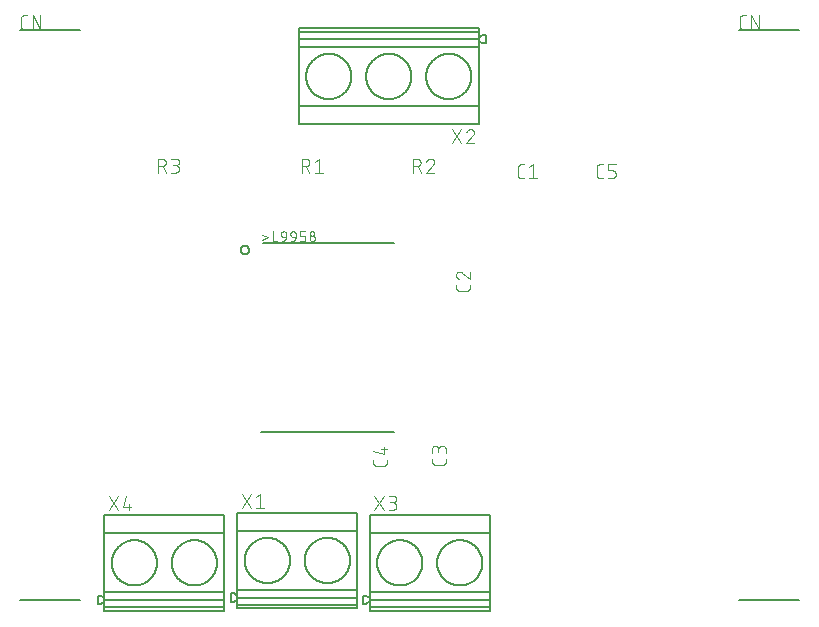
<source format=gbr>
G04 EAGLE Gerber RS-274X export*
G75*
%MOMM*%
%FSLAX34Y34*%
%LPD*%
%INSilkscreen Top*%
%IPPOS*%
%AMOC8*
5,1,8,0,0,1.08239X$1,22.5*%
G01*
%ADD10C,0.101600*%
%ADD11C,0.127000*%
%ADD12C,0.203200*%
%ADD13C,0.076200*%


D10*
X456551Y379658D02*
X453954Y379658D01*
X453855Y379660D01*
X453755Y379666D01*
X453656Y379675D01*
X453558Y379688D01*
X453460Y379705D01*
X453362Y379726D01*
X453266Y379751D01*
X453171Y379779D01*
X453077Y379811D01*
X452984Y379846D01*
X452892Y379885D01*
X452802Y379928D01*
X452714Y379973D01*
X452627Y380023D01*
X452543Y380075D01*
X452460Y380131D01*
X452380Y380189D01*
X452302Y380251D01*
X452227Y380316D01*
X452154Y380384D01*
X452084Y380454D01*
X452016Y380527D01*
X451951Y380602D01*
X451889Y380680D01*
X451831Y380760D01*
X451775Y380843D01*
X451723Y380927D01*
X451673Y381014D01*
X451628Y381102D01*
X451585Y381192D01*
X451546Y381284D01*
X451511Y381377D01*
X451479Y381471D01*
X451451Y381566D01*
X451426Y381662D01*
X451405Y381760D01*
X451388Y381858D01*
X451375Y381956D01*
X451366Y382055D01*
X451360Y382155D01*
X451358Y382254D01*
X451358Y388746D01*
X451360Y388845D01*
X451366Y388945D01*
X451375Y389044D01*
X451388Y389142D01*
X451405Y389240D01*
X451426Y389338D01*
X451451Y389434D01*
X451479Y389529D01*
X451511Y389623D01*
X451546Y389716D01*
X451585Y389808D01*
X451628Y389898D01*
X451673Y389986D01*
X451723Y390073D01*
X451775Y390157D01*
X451831Y390240D01*
X451889Y390320D01*
X451951Y390398D01*
X452016Y390473D01*
X452084Y390546D01*
X452154Y390616D01*
X452227Y390684D01*
X452302Y390749D01*
X452380Y390811D01*
X452460Y390869D01*
X452543Y390925D01*
X452627Y390977D01*
X452714Y391027D01*
X452802Y391072D01*
X452892Y391115D01*
X452984Y391154D01*
X453076Y391189D01*
X453171Y391221D01*
X453266Y391249D01*
X453362Y391274D01*
X453460Y391295D01*
X453558Y391312D01*
X453656Y391325D01*
X453755Y391334D01*
X453855Y391340D01*
X453954Y391342D01*
X456551Y391342D01*
X460916Y388746D02*
X464162Y391342D01*
X464162Y379658D01*
X467407Y379658D02*
X460916Y379658D01*
X410592Y289601D02*
X410592Y287004D01*
X410590Y286905D01*
X410584Y286805D01*
X410575Y286706D01*
X410562Y286608D01*
X410545Y286510D01*
X410524Y286412D01*
X410499Y286316D01*
X410471Y286221D01*
X410439Y286127D01*
X410404Y286034D01*
X410365Y285942D01*
X410322Y285852D01*
X410277Y285764D01*
X410227Y285677D01*
X410175Y285593D01*
X410119Y285510D01*
X410061Y285430D01*
X409999Y285352D01*
X409934Y285277D01*
X409866Y285204D01*
X409796Y285134D01*
X409723Y285066D01*
X409648Y285001D01*
X409570Y284939D01*
X409490Y284881D01*
X409407Y284825D01*
X409323Y284773D01*
X409236Y284723D01*
X409148Y284678D01*
X409058Y284635D01*
X408966Y284596D01*
X408873Y284561D01*
X408779Y284529D01*
X408684Y284501D01*
X408588Y284476D01*
X408490Y284455D01*
X408392Y284438D01*
X408294Y284425D01*
X408195Y284416D01*
X408095Y284410D01*
X407996Y284408D01*
X401504Y284408D01*
X401405Y284410D01*
X401305Y284416D01*
X401206Y284425D01*
X401108Y284438D01*
X401010Y284456D01*
X400912Y284476D01*
X400816Y284501D01*
X400720Y284529D01*
X400626Y284561D01*
X400533Y284596D01*
X400442Y284635D01*
X400352Y284678D01*
X400263Y284723D01*
X400177Y284773D01*
X400092Y284825D01*
X400010Y284881D01*
X399930Y284940D01*
X399852Y285001D01*
X399776Y285066D01*
X399703Y285134D01*
X399633Y285204D01*
X399565Y285277D01*
X399500Y285353D01*
X399439Y285431D01*
X399380Y285511D01*
X399324Y285593D01*
X399272Y285678D01*
X399223Y285764D01*
X399177Y285853D01*
X399134Y285943D01*
X399095Y286034D01*
X399060Y286127D01*
X399028Y286221D01*
X399000Y286317D01*
X398975Y286413D01*
X398955Y286511D01*
X398937Y286609D01*
X398924Y286707D01*
X398915Y286806D01*
X398909Y286905D01*
X398907Y287005D01*
X398908Y287004D02*
X398908Y289601D01*
X398908Y297536D02*
X398910Y297643D01*
X398916Y297749D01*
X398926Y297855D01*
X398939Y297961D01*
X398957Y298067D01*
X398978Y298171D01*
X399003Y298275D01*
X399032Y298378D01*
X399064Y298479D01*
X399101Y298579D01*
X399141Y298678D01*
X399184Y298776D01*
X399231Y298872D01*
X399282Y298966D01*
X399336Y299058D01*
X399393Y299148D01*
X399453Y299236D01*
X399517Y299321D01*
X399584Y299404D01*
X399654Y299485D01*
X399726Y299563D01*
X399802Y299639D01*
X399880Y299711D01*
X399961Y299781D01*
X400044Y299848D01*
X400129Y299912D01*
X400217Y299972D01*
X400307Y300029D01*
X400399Y300083D01*
X400493Y300134D01*
X400589Y300181D01*
X400687Y300224D01*
X400786Y300264D01*
X400886Y300301D01*
X400987Y300333D01*
X401090Y300362D01*
X401194Y300387D01*
X401298Y300408D01*
X401404Y300426D01*
X401510Y300439D01*
X401616Y300449D01*
X401722Y300455D01*
X401829Y300457D01*
X398908Y297536D02*
X398910Y297415D01*
X398916Y297294D01*
X398926Y297174D01*
X398939Y297053D01*
X398957Y296934D01*
X398978Y296814D01*
X399003Y296696D01*
X399032Y296579D01*
X399065Y296462D01*
X399101Y296347D01*
X399142Y296233D01*
X399185Y296120D01*
X399233Y296008D01*
X399284Y295899D01*
X399339Y295791D01*
X399397Y295684D01*
X399458Y295580D01*
X399523Y295478D01*
X399591Y295378D01*
X399662Y295280D01*
X399736Y295184D01*
X399813Y295091D01*
X399894Y295001D01*
X399977Y294913D01*
X400063Y294828D01*
X400152Y294745D01*
X400243Y294666D01*
X400337Y294589D01*
X400433Y294516D01*
X400531Y294446D01*
X400632Y294379D01*
X400735Y294315D01*
X400840Y294255D01*
X400947Y294197D01*
X401055Y294144D01*
X401165Y294094D01*
X401277Y294048D01*
X401390Y294005D01*
X401505Y293966D01*
X404101Y299483D02*
X404023Y299562D01*
X403943Y299638D01*
X403860Y299711D01*
X403774Y299781D01*
X403687Y299848D01*
X403596Y299912D01*
X403504Y299972D01*
X403410Y300030D01*
X403313Y300084D01*
X403215Y300134D01*
X403115Y300181D01*
X403014Y300225D01*
X402911Y300265D01*
X402806Y300301D01*
X402701Y300333D01*
X402594Y300362D01*
X402487Y300387D01*
X402378Y300409D01*
X402269Y300426D01*
X402160Y300440D01*
X402050Y300449D01*
X401939Y300455D01*
X401829Y300457D01*
X404101Y299484D02*
X410592Y293966D01*
X410592Y300457D01*
X390342Y142251D02*
X390342Y139654D01*
X390340Y139555D01*
X390334Y139455D01*
X390325Y139356D01*
X390312Y139258D01*
X390295Y139160D01*
X390274Y139062D01*
X390249Y138966D01*
X390221Y138871D01*
X390189Y138777D01*
X390154Y138684D01*
X390115Y138592D01*
X390072Y138502D01*
X390027Y138414D01*
X389977Y138327D01*
X389925Y138243D01*
X389869Y138160D01*
X389811Y138080D01*
X389749Y138002D01*
X389684Y137927D01*
X389616Y137854D01*
X389546Y137784D01*
X389473Y137716D01*
X389398Y137651D01*
X389320Y137589D01*
X389240Y137531D01*
X389157Y137475D01*
X389073Y137423D01*
X388986Y137373D01*
X388898Y137328D01*
X388808Y137285D01*
X388716Y137246D01*
X388623Y137211D01*
X388529Y137179D01*
X388434Y137151D01*
X388338Y137126D01*
X388240Y137105D01*
X388142Y137088D01*
X388044Y137075D01*
X387945Y137066D01*
X387845Y137060D01*
X387746Y137058D01*
X381254Y137058D01*
X381155Y137060D01*
X381055Y137066D01*
X380956Y137075D01*
X380858Y137088D01*
X380760Y137106D01*
X380662Y137126D01*
X380566Y137151D01*
X380470Y137179D01*
X380376Y137211D01*
X380283Y137246D01*
X380192Y137285D01*
X380102Y137328D01*
X380013Y137373D01*
X379927Y137423D01*
X379842Y137475D01*
X379760Y137531D01*
X379680Y137590D01*
X379602Y137651D01*
X379526Y137716D01*
X379453Y137784D01*
X379383Y137854D01*
X379315Y137927D01*
X379250Y138003D01*
X379189Y138081D01*
X379130Y138161D01*
X379074Y138243D01*
X379022Y138328D01*
X378973Y138414D01*
X378927Y138503D01*
X378884Y138593D01*
X378845Y138684D01*
X378810Y138777D01*
X378778Y138871D01*
X378750Y138967D01*
X378725Y139063D01*
X378705Y139161D01*
X378687Y139259D01*
X378674Y139357D01*
X378665Y139456D01*
X378659Y139555D01*
X378657Y139655D01*
X378658Y139654D02*
X378658Y142251D01*
X390342Y146616D02*
X390342Y149862D01*
X390340Y149975D01*
X390334Y150088D01*
X390324Y150201D01*
X390310Y150314D01*
X390293Y150426D01*
X390271Y150537D01*
X390246Y150647D01*
X390216Y150757D01*
X390183Y150865D01*
X390146Y150972D01*
X390106Y151078D01*
X390061Y151182D01*
X390013Y151285D01*
X389962Y151386D01*
X389907Y151485D01*
X389849Y151582D01*
X389787Y151677D01*
X389722Y151770D01*
X389654Y151860D01*
X389583Y151948D01*
X389508Y152034D01*
X389431Y152117D01*
X389351Y152197D01*
X389268Y152274D01*
X389182Y152349D01*
X389094Y152420D01*
X389004Y152488D01*
X388911Y152553D01*
X388816Y152615D01*
X388719Y152673D01*
X388620Y152728D01*
X388519Y152779D01*
X388416Y152827D01*
X388312Y152872D01*
X388206Y152912D01*
X388099Y152949D01*
X387991Y152982D01*
X387881Y153012D01*
X387771Y153037D01*
X387660Y153059D01*
X387548Y153076D01*
X387435Y153090D01*
X387322Y153100D01*
X387209Y153106D01*
X387096Y153108D01*
X386983Y153106D01*
X386870Y153100D01*
X386757Y153090D01*
X386644Y153076D01*
X386532Y153059D01*
X386421Y153037D01*
X386311Y153012D01*
X386201Y152982D01*
X386093Y152949D01*
X385986Y152912D01*
X385880Y152872D01*
X385776Y152827D01*
X385673Y152779D01*
X385572Y152728D01*
X385473Y152673D01*
X385376Y152615D01*
X385281Y152553D01*
X385188Y152488D01*
X385098Y152420D01*
X385010Y152349D01*
X384924Y152274D01*
X384841Y152197D01*
X384761Y152117D01*
X384684Y152034D01*
X384609Y151948D01*
X384538Y151860D01*
X384470Y151770D01*
X384405Y151677D01*
X384343Y151582D01*
X384285Y151485D01*
X384230Y151386D01*
X384179Y151285D01*
X384131Y151182D01*
X384086Y151078D01*
X384046Y150972D01*
X384009Y150865D01*
X383976Y150757D01*
X383946Y150647D01*
X383921Y150537D01*
X383899Y150426D01*
X383882Y150314D01*
X383868Y150201D01*
X383858Y150088D01*
X383852Y149975D01*
X383850Y149862D01*
X378658Y150511D02*
X378658Y146616D01*
X378658Y150511D02*
X378660Y150612D01*
X378666Y150712D01*
X378676Y150812D01*
X378689Y150912D01*
X378707Y151011D01*
X378728Y151110D01*
X378753Y151207D01*
X378782Y151304D01*
X378815Y151399D01*
X378851Y151493D01*
X378891Y151585D01*
X378934Y151676D01*
X378981Y151765D01*
X379031Y151852D01*
X379085Y151938D01*
X379142Y152021D01*
X379202Y152101D01*
X379265Y152180D01*
X379332Y152256D01*
X379401Y152329D01*
X379473Y152399D01*
X379547Y152467D01*
X379624Y152532D01*
X379704Y152593D01*
X379786Y152652D01*
X379870Y152707D01*
X379956Y152759D01*
X380044Y152808D01*
X380134Y152853D01*
X380226Y152895D01*
X380319Y152933D01*
X380414Y152967D01*
X380509Y152998D01*
X380606Y153025D01*
X380704Y153048D01*
X380803Y153068D01*
X380903Y153083D01*
X381003Y153095D01*
X381103Y153103D01*
X381204Y153107D01*
X381304Y153107D01*
X381405Y153103D01*
X381505Y153095D01*
X381605Y153083D01*
X381705Y153068D01*
X381804Y153048D01*
X381902Y153025D01*
X381999Y152998D01*
X382094Y152967D01*
X382189Y152933D01*
X382282Y152895D01*
X382374Y152853D01*
X382464Y152808D01*
X382552Y152759D01*
X382638Y152707D01*
X382722Y152652D01*
X382804Y152593D01*
X382884Y152532D01*
X382961Y152467D01*
X383035Y152399D01*
X383107Y152329D01*
X383176Y152256D01*
X383243Y152180D01*
X383306Y152101D01*
X383366Y152021D01*
X383423Y151938D01*
X383477Y151852D01*
X383527Y151765D01*
X383574Y151676D01*
X383617Y151585D01*
X383657Y151493D01*
X383693Y151399D01*
X383726Y151304D01*
X383755Y151207D01*
X383780Y151110D01*
X383801Y151011D01*
X383819Y150912D01*
X383832Y150812D01*
X383842Y150712D01*
X383848Y150612D01*
X383850Y150511D01*
X383851Y150511D02*
X383851Y147914D01*
X340342Y141451D02*
X340342Y138854D01*
X340340Y138755D01*
X340334Y138655D01*
X340325Y138556D01*
X340312Y138458D01*
X340295Y138360D01*
X340274Y138262D01*
X340249Y138166D01*
X340221Y138071D01*
X340189Y137977D01*
X340154Y137884D01*
X340115Y137792D01*
X340072Y137702D01*
X340027Y137614D01*
X339977Y137527D01*
X339925Y137443D01*
X339869Y137360D01*
X339811Y137280D01*
X339749Y137202D01*
X339684Y137127D01*
X339616Y137054D01*
X339546Y136984D01*
X339473Y136916D01*
X339398Y136851D01*
X339320Y136789D01*
X339240Y136731D01*
X339157Y136675D01*
X339073Y136623D01*
X338986Y136573D01*
X338898Y136528D01*
X338808Y136485D01*
X338716Y136446D01*
X338623Y136411D01*
X338529Y136379D01*
X338434Y136351D01*
X338338Y136326D01*
X338240Y136305D01*
X338142Y136288D01*
X338044Y136275D01*
X337945Y136266D01*
X337845Y136260D01*
X337746Y136258D01*
X331254Y136258D01*
X331155Y136260D01*
X331055Y136266D01*
X330956Y136275D01*
X330858Y136288D01*
X330760Y136306D01*
X330662Y136326D01*
X330566Y136351D01*
X330470Y136379D01*
X330376Y136411D01*
X330283Y136446D01*
X330192Y136485D01*
X330102Y136528D01*
X330013Y136573D01*
X329927Y136623D01*
X329842Y136675D01*
X329760Y136731D01*
X329680Y136790D01*
X329602Y136851D01*
X329526Y136916D01*
X329453Y136984D01*
X329383Y137054D01*
X329315Y137127D01*
X329250Y137203D01*
X329189Y137281D01*
X329130Y137361D01*
X329074Y137443D01*
X329022Y137528D01*
X328973Y137614D01*
X328927Y137703D01*
X328884Y137793D01*
X328845Y137884D01*
X328810Y137977D01*
X328778Y138071D01*
X328750Y138167D01*
X328725Y138263D01*
X328705Y138361D01*
X328687Y138459D01*
X328674Y138557D01*
X328665Y138656D01*
X328659Y138755D01*
X328657Y138855D01*
X328658Y138854D02*
X328658Y141451D01*
X328658Y148413D02*
X337746Y145816D01*
X337746Y152307D01*
X335149Y150360D02*
X340342Y150360D01*
X520454Y379658D02*
X523051Y379658D01*
X520454Y379658D02*
X520355Y379660D01*
X520255Y379666D01*
X520156Y379675D01*
X520058Y379688D01*
X519960Y379705D01*
X519862Y379726D01*
X519766Y379751D01*
X519671Y379779D01*
X519577Y379811D01*
X519484Y379846D01*
X519392Y379885D01*
X519302Y379928D01*
X519214Y379973D01*
X519127Y380023D01*
X519043Y380075D01*
X518960Y380131D01*
X518880Y380189D01*
X518802Y380251D01*
X518727Y380316D01*
X518654Y380384D01*
X518584Y380454D01*
X518516Y380527D01*
X518451Y380602D01*
X518389Y380680D01*
X518331Y380760D01*
X518275Y380843D01*
X518223Y380927D01*
X518173Y381014D01*
X518128Y381102D01*
X518085Y381192D01*
X518046Y381284D01*
X518011Y381377D01*
X517979Y381471D01*
X517951Y381566D01*
X517926Y381662D01*
X517905Y381760D01*
X517888Y381858D01*
X517875Y381956D01*
X517866Y382055D01*
X517860Y382155D01*
X517858Y382254D01*
X517858Y388746D01*
X517860Y388845D01*
X517866Y388945D01*
X517875Y389044D01*
X517888Y389142D01*
X517905Y389240D01*
X517926Y389338D01*
X517951Y389434D01*
X517979Y389529D01*
X518011Y389623D01*
X518046Y389716D01*
X518085Y389808D01*
X518128Y389898D01*
X518173Y389986D01*
X518223Y390073D01*
X518275Y390157D01*
X518331Y390240D01*
X518389Y390320D01*
X518451Y390398D01*
X518516Y390473D01*
X518584Y390546D01*
X518654Y390616D01*
X518727Y390684D01*
X518802Y390749D01*
X518880Y390811D01*
X518960Y390869D01*
X519043Y390925D01*
X519127Y390977D01*
X519214Y391027D01*
X519302Y391072D01*
X519392Y391115D01*
X519484Y391154D01*
X519576Y391189D01*
X519671Y391221D01*
X519766Y391249D01*
X519862Y391274D01*
X519960Y391295D01*
X520058Y391312D01*
X520156Y391325D01*
X520255Y391334D01*
X520355Y391340D01*
X520454Y391342D01*
X523051Y391342D01*
X527416Y379658D02*
X531311Y379658D01*
X531410Y379660D01*
X531510Y379666D01*
X531609Y379675D01*
X531707Y379688D01*
X531805Y379705D01*
X531903Y379726D01*
X531999Y379751D01*
X532094Y379779D01*
X532188Y379811D01*
X532281Y379846D01*
X532373Y379885D01*
X532463Y379928D01*
X532551Y379973D01*
X532638Y380023D01*
X532722Y380075D01*
X532805Y380131D01*
X532885Y380189D01*
X532963Y380251D01*
X533038Y380316D01*
X533111Y380384D01*
X533181Y380454D01*
X533249Y380527D01*
X533314Y380602D01*
X533376Y380680D01*
X533434Y380760D01*
X533490Y380843D01*
X533542Y380927D01*
X533592Y381014D01*
X533637Y381102D01*
X533680Y381192D01*
X533719Y381284D01*
X533754Y381377D01*
X533786Y381471D01*
X533814Y381566D01*
X533839Y381662D01*
X533860Y381760D01*
X533877Y381858D01*
X533890Y381956D01*
X533899Y382055D01*
X533905Y382155D01*
X533907Y382254D01*
X533907Y383553D01*
X533905Y383652D01*
X533899Y383752D01*
X533890Y383851D01*
X533877Y383949D01*
X533860Y384047D01*
X533839Y384145D01*
X533814Y384241D01*
X533786Y384336D01*
X533754Y384430D01*
X533719Y384523D01*
X533680Y384615D01*
X533637Y384705D01*
X533592Y384793D01*
X533542Y384880D01*
X533490Y384964D01*
X533434Y385047D01*
X533376Y385127D01*
X533314Y385205D01*
X533249Y385280D01*
X533181Y385353D01*
X533111Y385423D01*
X533038Y385491D01*
X532963Y385556D01*
X532885Y385618D01*
X532805Y385676D01*
X532722Y385732D01*
X532638Y385784D01*
X532551Y385834D01*
X532463Y385879D01*
X532373Y385922D01*
X532281Y385961D01*
X532188Y385996D01*
X532094Y386028D01*
X531999Y386056D01*
X531903Y386081D01*
X531805Y386102D01*
X531707Y386119D01*
X531609Y386132D01*
X531510Y386141D01*
X531410Y386147D01*
X531311Y386149D01*
X527416Y386149D01*
X527416Y391342D01*
X533907Y391342D01*
X268158Y396092D02*
X268158Y384408D01*
X268158Y396092D02*
X271404Y396092D01*
X271517Y396090D01*
X271630Y396084D01*
X271743Y396074D01*
X271856Y396060D01*
X271968Y396043D01*
X272079Y396021D01*
X272189Y395996D01*
X272299Y395966D01*
X272407Y395933D01*
X272514Y395896D01*
X272620Y395856D01*
X272724Y395811D01*
X272827Y395763D01*
X272928Y395712D01*
X273027Y395657D01*
X273124Y395599D01*
X273219Y395537D01*
X273312Y395472D01*
X273402Y395404D01*
X273490Y395333D01*
X273576Y395258D01*
X273659Y395181D01*
X273739Y395101D01*
X273816Y395018D01*
X273891Y394932D01*
X273962Y394844D01*
X274030Y394754D01*
X274095Y394661D01*
X274157Y394566D01*
X274215Y394469D01*
X274270Y394370D01*
X274321Y394269D01*
X274369Y394166D01*
X274414Y394062D01*
X274454Y393956D01*
X274491Y393849D01*
X274524Y393741D01*
X274554Y393631D01*
X274579Y393521D01*
X274601Y393410D01*
X274618Y393298D01*
X274632Y393185D01*
X274642Y393072D01*
X274648Y392959D01*
X274650Y392846D01*
X274648Y392733D01*
X274642Y392620D01*
X274632Y392507D01*
X274618Y392394D01*
X274601Y392282D01*
X274579Y392171D01*
X274554Y392061D01*
X274524Y391951D01*
X274491Y391843D01*
X274454Y391736D01*
X274414Y391630D01*
X274369Y391526D01*
X274321Y391423D01*
X274270Y391322D01*
X274215Y391223D01*
X274157Y391126D01*
X274095Y391031D01*
X274030Y390938D01*
X273962Y390848D01*
X273891Y390760D01*
X273816Y390674D01*
X273739Y390591D01*
X273659Y390511D01*
X273576Y390434D01*
X273490Y390359D01*
X273402Y390288D01*
X273312Y390220D01*
X273219Y390155D01*
X273124Y390093D01*
X273027Y390035D01*
X272928Y389980D01*
X272827Y389929D01*
X272724Y389881D01*
X272620Y389836D01*
X272514Y389796D01*
X272407Y389759D01*
X272299Y389726D01*
X272189Y389696D01*
X272079Y389671D01*
X271968Y389649D01*
X271856Y389632D01*
X271743Y389618D01*
X271630Y389608D01*
X271517Y389602D01*
X271404Y389600D01*
X271404Y389601D02*
X268158Y389601D01*
X272053Y389601D02*
X274649Y384408D01*
X279514Y393496D02*
X282760Y396092D01*
X282760Y384408D01*
X286005Y384408D02*
X279514Y384408D01*
X362358Y384408D02*
X362358Y396092D01*
X365604Y396092D01*
X365717Y396090D01*
X365830Y396084D01*
X365943Y396074D01*
X366056Y396060D01*
X366168Y396043D01*
X366279Y396021D01*
X366389Y395996D01*
X366499Y395966D01*
X366607Y395933D01*
X366714Y395896D01*
X366820Y395856D01*
X366924Y395811D01*
X367027Y395763D01*
X367128Y395712D01*
X367227Y395657D01*
X367324Y395599D01*
X367419Y395537D01*
X367512Y395472D01*
X367602Y395404D01*
X367690Y395333D01*
X367776Y395258D01*
X367859Y395181D01*
X367939Y395101D01*
X368016Y395018D01*
X368091Y394932D01*
X368162Y394844D01*
X368230Y394754D01*
X368295Y394661D01*
X368357Y394566D01*
X368415Y394469D01*
X368470Y394370D01*
X368521Y394269D01*
X368569Y394166D01*
X368614Y394062D01*
X368654Y393956D01*
X368691Y393849D01*
X368724Y393741D01*
X368754Y393631D01*
X368779Y393521D01*
X368801Y393410D01*
X368818Y393298D01*
X368832Y393185D01*
X368842Y393072D01*
X368848Y392959D01*
X368850Y392846D01*
X368848Y392733D01*
X368842Y392620D01*
X368832Y392507D01*
X368818Y392394D01*
X368801Y392282D01*
X368779Y392171D01*
X368754Y392061D01*
X368724Y391951D01*
X368691Y391843D01*
X368654Y391736D01*
X368614Y391630D01*
X368569Y391526D01*
X368521Y391423D01*
X368470Y391322D01*
X368415Y391223D01*
X368357Y391126D01*
X368295Y391031D01*
X368230Y390938D01*
X368162Y390848D01*
X368091Y390760D01*
X368016Y390674D01*
X367939Y390591D01*
X367859Y390511D01*
X367776Y390434D01*
X367690Y390359D01*
X367602Y390288D01*
X367512Y390220D01*
X367419Y390155D01*
X367324Y390093D01*
X367227Y390035D01*
X367128Y389980D01*
X367027Y389929D01*
X366924Y389881D01*
X366820Y389836D01*
X366714Y389796D01*
X366607Y389759D01*
X366499Y389726D01*
X366389Y389696D01*
X366279Y389671D01*
X366168Y389649D01*
X366056Y389632D01*
X365943Y389618D01*
X365830Y389608D01*
X365717Y389602D01*
X365604Y389600D01*
X365604Y389601D02*
X362358Y389601D01*
X366253Y389601D02*
X368849Y384408D01*
X380205Y393171D02*
X380203Y393278D01*
X380197Y393384D01*
X380187Y393490D01*
X380174Y393596D01*
X380156Y393702D01*
X380135Y393806D01*
X380110Y393910D01*
X380081Y394013D01*
X380049Y394114D01*
X380012Y394214D01*
X379972Y394313D01*
X379929Y394411D01*
X379882Y394507D01*
X379831Y394601D01*
X379777Y394693D01*
X379720Y394783D01*
X379660Y394871D01*
X379596Y394956D01*
X379529Y395039D01*
X379459Y395120D01*
X379387Y395198D01*
X379311Y395274D01*
X379233Y395346D01*
X379152Y395416D01*
X379069Y395483D01*
X378984Y395547D01*
X378896Y395607D01*
X378806Y395664D01*
X378714Y395718D01*
X378620Y395769D01*
X378524Y395816D01*
X378426Y395859D01*
X378327Y395899D01*
X378227Y395936D01*
X378126Y395968D01*
X378023Y395997D01*
X377919Y396022D01*
X377815Y396043D01*
X377709Y396061D01*
X377603Y396074D01*
X377497Y396084D01*
X377391Y396090D01*
X377284Y396092D01*
X377163Y396090D01*
X377042Y396084D01*
X376922Y396074D01*
X376801Y396061D01*
X376682Y396043D01*
X376562Y396022D01*
X376444Y395997D01*
X376327Y395968D01*
X376210Y395935D01*
X376095Y395899D01*
X375981Y395858D01*
X375868Y395815D01*
X375756Y395767D01*
X375647Y395716D01*
X375539Y395661D01*
X375432Y395603D01*
X375328Y395542D01*
X375226Y395477D01*
X375126Y395409D01*
X375028Y395338D01*
X374932Y395264D01*
X374839Y395187D01*
X374749Y395106D01*
X374661Y395023D01*
X374576Y394937D01*
X374493Y394848D01*
X374414Y394757D01*
X374337Y394663D01*
X374264Y394567D01*
X374194Y394469D01*
X374127Y394368D01*
X374063Y394265D01*
X374003Y394160D01*
X373946Y394053D01*
X373892Y393945D01*
X373842Y393835D01*
X373796Y393723D01*
X373753Y393610D01*
X373714Y393495D01*
X379232Y390899D02*
X379311Y390976D01*
X379387Y391057D01*
X379460Y391140D01*
X379530Y391225D01*
X379597Y391313D01*
X379661Y391403D01*
X379721Y391495D01*
X379778Y391590D01*
X379832Y391686D01*
X379883Y391784D01*
X379930Y391884D01*
X379974Y391986D01*
X380014Y392089D01*
X380050Y392193D01*
X380082Y392299D01*
X380111Y392405D01*
X380136Y392513D01*
X380158Y392621D01*
X380175Y392731D01*
X380189Y392840D01*
X380198Y392950D01*
X380204Y393061D01*
X380206Y393171D01*
X379232Y390899D02*
X373714Y384408D01*
X380205Y384408D01*
X146558Y384408D02*
X146558Y396092D01*
X149804Y396092D01*
X149917Y396090D01*
X150030Y396084D01*
X150143Y396074D01*
X150256Y396060D01*
X150368Y396043D01*
X150479Y396021D01*
X150589Y395996D01*
X150699Y395966D01*
X150807Y395933D01*
X150914Y395896D01*
X151020Y395856D01*
X151124Y395811D01*
X151227Y395763D01*
X151328Y395712D01*
X151427Y395657D01*
X151524Y395599D01*
X151619Y395537D01*
X151712Y395472D01*
X151802Y395404D01*
X151890Y395333D01*
X151976Y395258D01*
X152059Y395181D01*
X152139Y395101D01*
X152216Y395018D01*
X152291Y394932D01*
X152362Y394844D01*
X152430Y394754D01*
X152495Y394661D01*
X152557Y394566D01*
X152615Y394469D01*
X152670Y394370D01*
X152721Y394269D01*
X152769Y394166D01*
X152814Y394062D01*
X152854Y393956D01*
X152891Y393849D01*
X152924Y393741D01*
X152954Y393631D01*
X152979Y393521D01*
X153001Y393410D01*
X153018Y393298D01*
X153032Y393185D01*
X153042Y393072D01*
X153048Y392959D01*
X153050Y392846D01*
X153048Y392733D01*
X153042Y392620D01*
X153032Y392507D01*
X153018Y392394D01*
X153001Y392282D01*
X152979Y392171D01*
X152954Y392061D01*
X152924Y391951D01*
X152891Y391843D01*
X152854Y391736D01*
X152814Y391630D01*
X152769Y391526D01*
X152721Y391423D01*
X152670Y391322D01*
X152615Y391223D01*
X152557Y391126D01*
X152495Y391031D01*
X152430Y390938D01*
X152362Y390848D01*
X152291Y390760D01*
X152216Y390674D01*
X152139Y390591D01*
X152059Y390511D01*
X151976Y390434D01*
X151890Y390359D01*
X151802Y390288D01*
X151712Y390220D01*
X151619Y390155D01*
X151524Y390093D01*
X151427Y390035D01*
X151328Y389980D01*
X151227Y389929D01*
X151124Y389881D01*
X151020Y389836D01*
X150914Y389796D01*
X150807Y389759D01*
X150699Y389726D01*
X150589Y389696D01*
X150479Y389671D01*
X150368Y389649D01*
X150256Y389632D01*
X150143Y389618D01*
X150030Y389608D01*
X149917Y389602D01*
X149804Y389600D01*
X149804Y389601D02*
X146558Y389601D01*
X150453Y389601D02*
X153049Y384408D01*
X157914Y384408D02*
X161160Y384408D01*
X161273Y384410D01*
X161386Y384416D01*
X161499Y384426D01*
X161612Y384440D01*
X161724Y384457D01*
X161835Y384479D01*
X161945Y384504D01*
X162055Y384534D01*
X162163Y384567D01*
X162270Y384604D01*
X162376Y384644D01*
X162480Y384689D01*
X162583Y384737D01*
X162684Y384788D01*
X162783Y384843D01*
X162880Y384901D01*
X162975Y384963D01*
X163068Y385028D01*
X163158Y385096D01*
X163246Y385167D01*
X163332Y385242D01*
X163415Y385319D01*
X163495Y385399D01*
X163572Y385482D01*
X163647Y385568D01*
X163718Y385656D01*
X163786Y385746D01*
X163851Y385839D01*
X163913Y385934D01*
X163971Y386031D01*
X164026Y386130D01*
X164077Y386231D01*
X164125Y386334D01*
X164170Y386438D01*
X164210Y386544D01*
X164247Y386651D01*
X164280Y386759D01*
X164310Y386869D01*
X164335Y386979D01*
X164357Y387090D01*
X164374Y387202D01*
X164388Y387315D01*
X164398Y387428D01*
X164404Y387541D01*
X164406Y387654D01*
X164404Y387767D01*
X164398Y387880D01*
X164388Y387993D01*
X164374Y388106D01*
X164357Y388218D01*
X164335Y388329D01*
X164310Y388439D01*
X164280Y388549D01*
X164247Y388657D01*
X164210Y388764D01*
X164170Y388870D01*
X164125Y388974D01*
X164077Y389077D01*
X164026Y389178D01*
X163971Y389277D01*
X163913Y389374D01*
X163851Y389469D01*
X163786Y389562D01*
X163718Y389652D01*
X163647Y389740D01*
X163572Y389826D01*
X163495Y389909D01*
X163415Y389989D01*
X163332Y390066D01*
X163246Y390141D01*
X163158Y390212D01*
X163068Y390280D01*
X162975Y390345D01*
X162880Y390407D01*
X162783Y390465D01*
X162684Y390520D01*
X162583Y390571D01*
X162480Y390619D01*
X162376Y390664D01*
X162270Y390704D01*
X162163Y390741D01*
X162055Y390774D01*
X161945Y390804D01*
X161835Y390829D01*
X161724Y390851D01*
X161612Y390868D01*
X161499Y390882D01*
X161386Y390892D01*
X161273Y390898D01*
X161160Y390900D01*
X161809Y396092D02*
X157914Y396092D01*
X161809Y396092D02*
X161910Y396090D01*
X162010Y396084D01*
X162110Y396074D01*
X162210Y396061D01*
X162309Y396043D01*
X162408Y396022D01*
X162505Y395997D01*
X162602Y395968D01*
X162697Y395935D01*
X162791Y395899D01*
X162883Y395859D01*
X162974Y395816D01*
X163063Y395769D01*
X163150Y395719D01*
X163236Y395665D01*
X163319Y395608D01*
X163399Y395548D01*
X163478Y395485D01*
X163554Y395418D01*
X163627Y395349D01*
X163697Y395277D01*
X163765Y395203D01*
X163830Y395126D01*
X163891Y395046D01*
X163950Y394964D01*
X164005Y394880D01*
X164057Y394794D01*
X164106Y394706D01*
X164151Y394616D01*
X164193Y394524D01*
X164231Y394431D01*
X164265Y394336D01*
X164296Y394241D01*
X164323Y394144D01*
X164346Y394046D01*
X164366Y393947D01*
X164381Y393847D01*
X164393Y393747D01*
X164401Y393647D01*
X164405Y393546D01*
X164405Y393446D01*
X164401Y393345D01*
X164393Y393245D01*
X164381Y393145D01*
X164366Y393045D01*
X164346Y392946D01*
X164323Y392848D01*
X164296Y392751D01*
X164265Y392656D01*
X164231Y392561D01*
X164193Y392468D01*
X164151Y392376D01*
X164106Y392286D01*
X164057Y392198D01*
X164005Y392112D01*
X163950Y392028D01*
X163891Y391946D01*
X163830Y391866D01*
X163765Y391789D01*
X163697Y391715D01*
X163627Y391643D01*
X163554Y391574D01*
X163478Y391507D01*
X163399Y391444D01*
X163319Y391384D01*
X163236Y391327D01*
X163150Y391273D01*
X163063Y391223D01*
X162974Y391176D01*
X162883Y391133D01*
X162791Y391093D01*
X162697Y391057D01*
X162602Y391024D01*
X162505Y390995D01*
X162408Y390970D01*
X162309Y390949D01*
X162210Y390931D01*
X162110Y390918D01*
X162010Y390908D01*
X161910Y390902D01*
X161809Y390900D01*
X161809Y390899D02*
X159213Y390899D01*
X35601Y505808D02*
X33004Y505808D01*
X32905Y505810D01*
X32805Y505816D01*
X32706Y505825D01*
X32608Y505838D01*
X32510Y505855D01*
X32412Y505876D01*
X32316Y505901D01*
X32221Y505929D01*
X32127Y505961D01*
X32034Y505996D01*
X31942Y506035D01*
X31852Y506078D01*
X31764Y506123D01*
X31677Y506173D01*
X31593Y506225D01*
X31510Y506281D01*
X31430Y506339D01*
X31352Y506401D01*
X31277Y506466D01*
X31204Y506534D01*
X31134Y506604D01*
X31066Y506677D01*
X31001Y506752D01*
X30939Y506830D01*
X30881Y506910D01*
X30825Y506993D01*
X30773Y507077D01*
X30723Y507164D01*
X30678Y507252D01*
X30635Y507342D01*
X30596Y507434D01*
X30561Y507527D01*
X30529Y507621D01*
X30501Y507716D01*
X30476Y507812D01*
X30455Y507910D01*
X30438Y508008D01*
X30425Y508106D01*
X30416Y508205D01*
X30410Y508305D01*
X30408Y508404D01*
X30408Y514896D01*
X30410Y514995D01*
X30416Y515095D01*
X30425Y515194D01*
X30438Y515292D01*
X30455Y515390D01*
X30476Y515488D01*
X30501Y515584D01*
X30529Y515679D01*
X30561Y515773D01*
X30596Y515866D01*
X30635Y515958D01*
X30678Y516048D01*
X30723Y516136D01*
X30773Y516223D01*
X30825Y516307D01*
X30881Y516390D01*
X30939Y516470D01*
X31001Y516548D01*
X31066Y516623D01*
X31134Y516696D01*
X31204Y516766D01*
X31277Y516834D01*
X31352Y516899D01*
X31430Y516961D01*
X31510Y517019D01*
X31593Y517075D01*
X31677Y517127D01*
X31764Y517177D01*
X31852Y517222D01*
X31942Y517265D01*
X32034Y517304D01*
X32126Y517339D01*
X32221Y517371D01*
X32316Y517399D01*
X32412Y517424D01*
X32510Y517445D01*
X32608Y517462D01*
X32706Y517475D01*
X32805Y517484D01*
X32905Y517490D01*
X33004Y517492D01*
X35601Y517492D01*
X40347Y517492D02*
X40347Y505808D01*
X46838Y505808D02*
X40347Y517492D01*
X46838Y517492D02*
X46838Y505808D01*
D11*
X29900Y505300D02*
X80700Y505300D01*
X80700Y22700D02*
X29900Y22700D01*
D10*
X641604Y505808D02*
X644201Y505808D01*
X641604Y505808D02*
X641505Y505810D01*
X641405Y505816D01*
X641306Y505825D01*
X641208Y505838D01*
X641110Y505855D01*
X641012Y505876D01*
X640916Y505901D01*
X640821Y505929D01*
X640727Y505961D01*
X640634Y505996D01*
X640542Y506035D01*
X640452Y506078D01*
X640364Y506123D01*
X640277Y506173D01*
X640193Y506225D01*
X640110Y506281D01*
X640030Y506339D01*
X639952Y506401D01*
X639877Y506466D01*
X639804Y506534D01*
X639734Y506604D01*
X639666Y506677D01*
X639601Y506752D01*
X639539Y506830D01*
X639481Y506910D01*
X639425Y506993D01*
X639373Y507077D01*
X639323Y507164D01*
X639278Y507252D01*
X639235Y507342D01*
X639196Y507434D01*
X639161Y507527D01*
X639129Y507621D01*
X639101Y507716D01*
X639076Y507812D01*
X639055Y507910D01*
X639038Y508008D01*
X639025Y508106D01*
X639016Y508205D01*
X639010Y508305D01*
X639008Y508404D01*
X639008Y514896D01*
X639010Y514995D01*
X639016Y515095D01*
X639025Y515194D01*
X639038Y515292D01*
X639055Y515390D01*
X639076Y515488D01*
X639101Y515584D01*
X639129Y515679D01*
X639161Y515773D01*
X639196Y515866D01*
X639235Y515958D01*
X639278Y516048D01*
X639323Y516136D01*
X639373Y516223D01*
X639425Y516307D01*
X639481Y516390D01*
X639539Y516470D01*
X639601Y516548D01*
X639666Y516623D01*
X639734Y516696D01*
X639804Y516766D01*
X639877Y516834D01*
X639952Y516899D01*
X640030Y516961D01*
X640110Y517019D01*
X640193Y517075D01*
X640277Y517127D01*
X640364Y517177D01*
X640452Y517222D01*
X640542Y517265D01*
X640634Y517304D01*
X640726Y517339D01*
X640821Y517371D01*
X640916Y517399D01*
X641012Y517424D01*
X641110Y517445D01*
X641208Y517462D01*
X641306Y517475D01*
X641405Y517484D01*
X641505Y517490D01*
X641604Y517492D01*
X644201Y517492D01*
X648947Y517492D02*
X648947Y505808D01*
X655438Y505808D02*
X648947Y517492D01*
X655438Y517492D02*
X655438Y505808D01*
D11*
X638500Y505300D02*
X689300Y505300D01*
X689300Y22700D02*
X638500Y22700D01*
D12*
X315289Y15300D02*
X213689Y15300D01*
X213689Y81043D02*
X315289Y81043D01*
X213689Y36245D02*
X213689Y31321D01*
X213689Y22530D02*
X212402Y22530D01*
X212402Y26670D02*
X213689Y26670D01*
X213689Y24521D01*
X213689Y22530D01*
X210619Y28170D02*
X207989Y28170D01*
X207989Y21030D02*
X210619Y21030D01*
X213689Y26670D02*
X213689Y31321D01*
X212402Y22530D02*
X210619Y21030D01*
X207989Y21030D02*
X207989Y28170D01*
X213689Y76213D02*
X213689Y81043D01*
X213689Y76213D02*
X213689Y36245D01*
X210619Y28170D02*
X212402Y26670D01*
X213689Y31321D02*
X315289Y31321D01*
X315289Y36245D01*
X315289Y24521D02*
X213689Y24521D01*
X315289Y24521D02*
X315289Y31321D01*
X315289Y36245D02*
X315289Y76213D01*
X315289Y81043D01*
X315289Y96300D01*
X213689Y22530D02*
X213689Y18300D01*
X315289Y18300D02*
X315289Y24521D01*
X315289Y96300D02*
X213689Y96300D01*
X213689Y81043D01*
X213689Y18300D02*
X315289Y18300D01*
X213689Y18300D02*
X213689Y15300D01*
X315289Y15300D02*
X315289Y18300D01*
X219939Y56050D02*
X219945Y56520D01*
X219962Y56990D01*
X219991Y57459D01*
X220031Y57927D01*
X220083Y58394D01*
X220146Y58860D01*
X220221Y59324D01*
X220307Y59786D01*
X220404Y60246D01*
X220513Y60703D01*
X220633Y61158D01*
X220764Y61609D01*
X220906Y62057D01*
X221058Y62501D01*
X221222Y62942D01*
X221397Y63378D01*
X221582Y63810D01*
X221778Y64238D01*
X221984Y64660D01*
X222200Y65077D01*
X222427Y65489D01*
X222663Y65895D01*
X222910Y66295D01*
X223166Y66689D01*
X223432Y67077D01*
X223708Y67458D01*
X223992Y67832D01*
X224286Y68199D01*
X224588Y68558D01*
X224900Y68910D01*
X225220Y69255D01*
X225548Y69591D01*
X225884Y69919D01*
X226229Y70239D01*
X226581Y70551D01*
X226940Y70853D01*
X227307Y71147D01*
X227681Y71431D01*
X228062Y71707D01*
X228450Y71973D01*
X228844Y72229D01*
X229244Y72476D01*
X229650Y72712D01*
X230062Y72939D01*
X230479Y73155D01*
X230901Y73361D01*
X231329Y73557D01*
X231761Y73742D01*
X232197Y73917D01*
X232638Y74081D01*
X233082Y74233D01*
X233530Y74375D01*
X233981Y74506D01*
X234436Y74626D01*
X234893Y74735D01*
X235353Y74832D01*
X235815Y74918D01*
X236279Y74993D01*
X236745Y75056D01*
X237212Y75108D01*
X237680Y75148D01*
X238149Y75177D01*
X238619Y75194D01*
X239089Y75200D01*
X239559Y75194D01*
X240029Y75177D01*
X240498Y75148D01*
X240966Y75108D01*
X241433Y75056D01*
X241899Y74993D01*
X242363Y74918D01*
X242825Y74832D01*
X243285Y74735D01*
X243742Y74626D01*
X244197Y74506D01*
X244648Y74375D01*
X245096Y74233D01*
X245540Y74081D01*
X245981Y73917D01*
X246417Y73742D01*
X246849Y73557D01*
X247277Y73361D01*
X247699Y73155D01*
X248116Y72939D01*
X248528Y72712D01*
X248934Y72476D01*
X249334Y72229D01*
X249728Y71973D01*
X250116Y71707D01*
X250497Y71431D01*
X250871Y71147D01*
X251238Y70853D01*
X251597Y70551D01*
X251949Y70239D01*
X252294Y69919D01*
X252630Y69591D01*
X252958Y69255D01*
X253278Y68910D01*
X253590Y68558D01*
X253892Y68199D01*
X254186Y67832D01*
X254470Y67458D01*
X254746Y67077D01*
X255012Y66689D01*
X255268Y66295D01*
X255515Y65895D01*
X255751Y65489D01*
X255978Y65077D01*
X256194Y64660D01*
X256400Y64238D01*
X256596Y63810D01*
X256781Y63378D01*
X256956Y62942D01*
X257120Y62501D01*
X257272Y62057D01*
X257414Y61609D01*
X257545Y61158D01*
X257665Y60703D01*
X257774Y60246D01*
X257871Y59786D01*
X257957Y59324D01*
X258032Y58860D01*
X258095Y58394D01*
X258147Y57927D01*
X258187Y57459D01*
X258216Y56990D01*
X258233Y56520D01*
X258239Y56050D01*
X258233Y55580D01*
X258216Y55110D01*
X258187Y54641D01*
X258147Y54173D01*
X258095Y53706D01*
X258032Y53240D01*
X257957Y52776D01*
X257871Y52314D01*
X257774Y51854D01*
X257665Y51397D01*
X257545Y50942D01*
X257414Y50491D01*
X257272Y50043D01*
X257120Y49599D01*
X256956Y49158D01*
X256781Y48722D01*
X256596Y48290D01*
X256400Y47862D01*
X256194Y47440D01*
X255978Y47023D01*
X255751Y46611D01*
X255515Y46205D01*
X255268Y45805D01*
X255012Y45411D01*
X254746Y45023D01*
X254470Y44642D01*
X254186Y44268D01*
X253892Y43901D01*
X253590Y43542D01*
X253278Y43190D01*
X252958Y42845D01*
X252630Y42509D01*
X252294Y42181D01*
X251949Y41861D01*
X251597Y41549D01*
X251238Y41247D01*
X250871Y40953D01*
X250497Y40669D01*
X250116Y40393D01*
X249728Y40127D01*
X249334Y39871D01*
X248934Y39624D01*
X248528Y39388D01*
X248116Y39161D01*
X247699Y38945D01*
X247277Y38739D01*
X246849Y38543D01*
X246417Y38358D01*
X245981Y38183D01*
X245540Y38019D01*
X245096Y37867D01*
X244648Y37725D01*
X244197Y37594D01*
X243742Y37474D01*
X243285Y37365D01*
X242825Y37268D01*
X242363Y37182D01*
X241899Y37107D01*
X241433Y37044D01*
X240966Y36992D01*
X240498Y36952D01*
X240029Y36923D01*
X239559Y36906D01*
X239089Y36900D01*
X238619Y36906D01*
X238149Y36923D01*
X237680Y36952D01*
X237212Y36992D01*
X236745Y37044D01*
X236279Y37107D01*
X235815Y37182D01*
X235353Y37268D01*
X234893Y37365D01*
X234436Y37474D01*
X233981Y37594D01*
X233530Y37725D01*
X233082Y37867D01*
X232638Y38019D01*
X232197Y38183D01*
X231761Y38358D01*
X231329Y38543D01*
X230901Y38739D01*
X230479Y38945D01*
X230062Y39161D01*
X229650Y39388D01*
X229244Y39624D01*
X228844Y39871D01*
X228450Y40127D01*
X228062Y40393D01*
X227681Y40669D01*
X227307Y40953D01*
X226940Y41247D01*
X226581Y41549D01*
X226229Y41861D01*
X225884Y42181D01*
X225548Y42509D01*
X225220Y42845D01*
X224900Y43190D01*
X224588Y43542D01*
X224286Y43901D01*
X223992Y44268D01*
X223708Y44642D01*
X223432Y45023D01*
X223166Y45411D01*
X222910Y45805D01*
X222663Y46205D01*
X222427Y46611D01*
X222200Y47023D01*
X221984Y47440D01*
X221778Y47862D01*
X221582Y48290D01*
X221397Y48722D01*
X221222Y49158D01*
X221058Y49599D01*
X220906Y50043D01*
X220764Y50491D01*
X220633Y50942D01*
X220513Y51397D01*
X220404Y51854D01*
X220307Y52314D01*
X220221Y52776D01*
X220146Y53240D01*
X220083Y53706D01*
X220031Y54173D01*
X219991Y54641D01*
X219962Y55110D01*
X219945Y55580D01*
X219939Y56050D01*
X270739Y56050D02*
X270745Y56520D01*
X270762Y56990D01*
X270791Y57459D01*
X270831Y57927D01*
X270883Y58394D01*
X270946Y58860D01*
X271021Y59324D01*
X271107Y59786D01*
X271204Y60246D01*
X271313Y60703D01*
X271433Y61158D01*
X271564Y61609D01*
X271706Y62057D01*
X271858Y62501D01*
X272022Y62942D01*
X272197Y63378D01*
X272382Y63810D01*
X272578Y64238D01*
X272784Y64660D01*
X273000Y65077D01*
X273227Y65489D01*
X273463Y65895D01*
X273710Y66295D01*
X273966Y66689D01*
X274232Y67077D01*
X274508Y67458D01*
X274792Y67832D01*
X275086Y68199D01*
X275388Y68558D01*
X275700Y68910D01*
X276020Y69255D01*
X276348Y69591D01*
X276684Y69919D01*
X277029Y70239D01*
X277381Y70551D01*
X277740Y70853D01*
X278107Y71147D01*
X278481Y71431D01*
X278862Y71707D01*
X279250Y71973D01*
X279644Y72229D01*
X280044Y72476D01*
X280450Y72712D01*
X280862Y72939D01*
X281279Y73155D01*
X281701Y73361D01*
X282129Y73557D01*
X282561Y73742D01*
X282997Y73917D01*
X283438Y74081D01*
X283882Y74233D01*
X284330Y74375D01*
X284781Y74506D01*
X285236Y74626D01*
X285693Y74735D01*
X286153Y74832D01*
X286615Y74918D01*
X287079Y74993D01*
X287545Y75056D01*
X288012Y75108D01*
X288480Y75148D01*
X288949Y75177D01*
X289419Y75194D01*
X289889Y75200D01*
X290359Y75194D01*
X290829Y75177D01*
X291298Y75148D01*
X291766Y75108D01*
X292233Y75056D01*
X292699Y74993D01*
X293163Y74918D01*
X293625Y74832D01*
X294085Y74735D01*
X294542Y74626D01*
X294997Y74506D01*
X295448Y74375D01*
X295896Y74233D01*
X296340Y74081D01*
X296781Y73917D01*
X297217Y73742D01*
X297649Y73557D01*
X298077Y73361D01*
X298499Y73155D01*
X298916Y72939D01*
X299328Y72712D01*
X299734Y72476D01*
X300134Y72229D01*
X300528Y71973D01*
X300916Y71707D01*
X301297Y71431D01*
X301671Y71147D01*
X302038Y70853D01*
X302397Y70551D01*
X302749Y70239D01*
X303094Y69919D01*
X303430Y69591D01*
X303758Y69255D01*
X304078Y68910D01*
X304390Y68558D01*
X304692Y68199D01*
X304986Y67832D01*
X305270Y67458D01*
X305546Y67077D01*
X305812Y66689D01*
X306068Y66295D01*
X306315Y65895D01*
X306551Y65489D01*
X306778Y65077D01*
X306994Y64660D01*
X307200Y64238D01*
X307396Y63810D01*
X307581Y63378D01*
X307756Y62942D01*
X307920Y62501D01*
X308072Y62057D01*
X308214Y61609D01*
X308345Y61158D01*
X308465Y60703D01*
X308574Y60246D01*
X308671Y59786D01*
X308757Y59324D01*
X308832Y58860D01*
X308895Y58394D01*
X308947Y57927D01*
X308987Y57459D01*
X309016Y56990D01*
X309033Y56520D01*
X309039Y56050D01*
X309033Y55580D01*
X309016Y55110D01*
X308987Y54641D01*
X308947Y54173D01*
X308895Y53706D01*
X308832Y53240D01*
X308757Y52776D01*
X308671Y52314D01*
X308574Y51854D01*
X308465Y51397D01*
X308345Y50942D01*
X308214Y50491D01*
X308072Y50043D01*
X307920Y49599D01*
X307756Y49158D01*
X307581Y48722D01*
X307396Y48290D01*
X307200Y47862D01*
X306994Y47440D01*
X306778Y47023D01*
X306551Y46611D01*
X306315Y46205D01*
X306068Y45805D01*
X305812Y45411D01*
X305546Y45023D01*
X305270Y44642D01*
X304986Y44268D01*
X304692Y43901D01*
X304390Y43542D01*
X304078Y43190D01*
X303758Y42845D01*
X303430Y42509D01*
X303094Y42181D01*
X302749Y41861D01*
X302397Y41549D01*
X302038Y41247D01*
X301671Y40953D01*
X301297Y40669D01*
X300916Y40393D01*
X300528Y40127D01*
X300134Y39871D01*
X299734Y39624D01*
X299328Y39388D01*
X298916Y39161D01*
X298499Y38945D01*
X298077Y38739D01*
X297649Y38543D01*
X297217Y38358D01*
X296781Y38183D01*
X296340Y38019D01*
X295896Y37867D01*
X295448Y37725D01*
X294997Y37594D01*
X294542Y37474D01*
X294085Y37365D01*
X293625Y37268D01*
X293163Y37182D01*
X292699Y37107D01*
X292233Y37044D01*
X291766Y36992D01*
X291298Y36952D01*
X290829Y36923D01*
X290359Y36906D01*
X289889Y36900D01*
X289419Y36906D01*
X288949Y36923D01*
X288480Y36952D01*
X288012Y36992D01*
X287545Y37044D01*
X287079Y37107D01*
X286615Y37182D01*
X286153Y37268D01*
X285693Y37365D01*
X285236Y37474D01*
X284781Y37594D01*
X284330Y37725D01*
X283882Y37867D01*
X283438Y38019D01*
X282997Y38183D01*
X282561Y38358D01*
X282129Y38543D01*
X281701Y38739D01*
X281279Y38945D01*
X280862Y39161D01*
X280450Y39388D01*
X280044Y39624D01*
X279644Y39871D01*
X279250Y40127D01*
X278862Y40393D01*
X278481Y40669D01*
X278107Y40953D01*
X277740Y41247D01*
X277381Y41549D01*
X277029Y41861D01*
X276684Y42181D01*
X276348Y42509D01*
X276020Y42845D01*
X275700Y43190D01*
X275388Y43542D01*
X275086Y43901D01*
X274792Y44268D01*
X274508Y44642D01*
X274232Y45023D01*
X273966Y45411D01*
X273710Y45805D01*
X273463Y46205D01*
X273227Y46611D01*
X273000Y47023D01*
X272784Y47440D01*
X272578Y47862D01*
X272382Y48290D01*
X272197Y48722D01*
X272022Y49158D01*
X271858Y49599D01*
X271706Y50043D01*
X271564Y50491D01*
X271433Y50942D01*
X271313Y51397D01*
X271204Y51854D01*
X271107Y52314D01*
X271021Y52776D01*
X270946Y53240D01*
X270883Y53706D01*
X270831Y54173D01*
X270791Y54641D01*
X270762Y55110D01*
X270745Y55580D01*
X270739Y56050D01*
D10*
X217697Y100758D02*
X225486Y112442D01*
X217697Y112442D02*
X225486Y100758D01*
X229776Y109846D02*
X233022Y112442D01*
X233022Y100758D01*
X236267Y100758D02*
X229776Y100758D01*
D12*
X265711Y506600D02*
X418111Y506600D01*
X418111Y440857D02*
X265711Y440857D01*
X418111Y485655D02*
X418111Y490579D01*
X418111Y499370D02*
X419398Y499370D01*
X419398Y495230D02*
X418111Y495230D01*
X418111Y497379D01*
X418111Y499370D01*
X421181Y493730D02*
X423811Y493730D01*
X423811Y500870D02*
X421181Y500870D01*
X418111Y495230D02*
X418111Y490579D01*
X419398Y499370D02*
X421181Y500870D01*
X423811Y500870D02*
X423811Y493730D01*
X418111Y445687D02*
X418111Y440857D01*
X418111Y445687D02*
X418111Y485655D01*
X421181Y493730D02*
X419398Y495230D01*
X418111Y490579D02*
X265711Y490579D01*
X265711Y485655D01*
X265711Y497379D02*
X418111Y497379D01*
X265711Y497379D02*
X265711Y490579D01*
X265711Y485655D02*
X265711Y445687D01*
X265711Y440857D01*
X265711Y425600D01*
X418111Y499370D02*
X418111Y503600D01*
X265711Y503600D02*
X265711Y497379D01*
X265711Y425600D02*
X418111Y425600D01*
X418111Y440857D01*
X418111Y503600D02*
X265711Y503600D01*
X418111Y503600D02*
X418111Y506600D01*
X265711Y506600D02*
X265711Y503600D01*
X373561Y465850D02*
X373567Y466320D01*
X373584Y466790D01*
X373613Y467259D01*
X373653Y467727D01*
X373705Y468194D01*
X373768Y468660D01*
X373843Y469124D01*
X373929Y469586D01*
X374026Y470046D01*
X374135Y470503D01*
X374255Y470958D01*
X374386Y471409D01*
X374528Y471857D01*
X374680Y472301D01*
X374844Y472742D01*
X375019Y473178D01*
X375204Y473610D01*
X375400Y474038D01*
X375606Y474460D01*
X375822Y474877D01*
X376049Y475289D01*
X376285Y475695D01*
X376532Y476095D01*
X376788Y476489D01*
X377054Y476877D01*
X377330Y477258D01*
X377614Y477632D01*
X377908Y477999D01*
X378210Y478358D01*
X378522Y478710D01*
X378842Y479055D01*
X379170Y479391D01*
X379506Y479719D01*
X379851Y480039D01*
X380203Y480351D01*
X380562Y480653D01*
X380929Y480947D01*
X381303Y481231D01*
X381684Y481507D01*
X382072Y481773D01*
X382466Y482029D01*
X382866Y482276D01*
X383272Y482512D01*
X383684Y482739D01*
X384101Y482955D01*
X384523Y483161D01*
X384951Y483357D01*
X385383Y483542D01*
X385819Y483717D01*
X386260Y483881D01*
X386704Y484033D01*
X387152Y484175D01*
X387603Y484306D01*
X388058Y484426D01*
X388515Y484535D01*
X388975Y484632D01*
X389437Y484718D01*
X389901Y484793D01*
X390367Y484856D01*
X390834Y484908D01*
X391302Y484948D01*
X391771Y484977D01*
X392241Y484994D01*
X392711Y485000D01*
X393181Y484994D01*
X393651Y484977D01*
X394120Y484948D01*
X394588Y484908D01*
X395055Y484856D01*
X395521Y484793D01*
X395985Y484718D01*
X396447Y484632D01*
X396907Y484535D01*
X397364Y484426D01*
X397819Y484306D01*
X398270Y484175D01*
X398718Y484033D01*
X399162Y483881D01*
X399603Y483717D01*
X400039Y483542D01*
X400471Y483357D01*
X400899Y483161D01*
X401321Y482955D01*
X401738Y482739D01*
X402150Y482512D01*
X402556Y482276D01*
X402956Y482029D01*
X403350Y481773D01*
X403738Y481507D01*
X404119Y481231D01*
X404493Y480947D01*
X404860Y480653D01*
X405219Y480351D01*
X405571Y480039D01*
X405916Y479719D01*
X406252Y479391D01*
X406580Y479055D01*
X406900Y478710D01*
X407212Y478358D01*
X407514Y477999D01*
X407808Y477632D01*
X408092Y477258D01*
X408368Y476877D01*
X408634Y476489D01*
X408890Y476095D01*
X409137Y475695D01*
X409373Y475289D01*
X409600Y474877D01*
X409816Y474460D01*
X410022Y474038D01*
X410218Y473610D01*
X410403Y473178D01*
X410578Y472742D01*
X410742Y472301D01*
X410894Y471857D01*
X411036Y471409D01*
X411167Y470958D01*
X411287Y470503D01*
X411396Y470046D01*
X411493Y469586D01*
X411579Y469124D01*
X411654Y468660D01*
X411717Y468194D01*
X411769Y467727D01*
X411809Y467259D01*
X411838Y466790D01*
X411855Y466320D01*
X411861Y465850D01*
X411855Y465380D01*
X411838Y464910D01*
X411809Y464441D01*
X411769Y463973D01*
X411717Y463506D01*
X411654Y463040D01*
X411579Y462576D01*
X411493Y462114D01*
X411396Y461654D01*
X411287Y461197D01*
X411167Y460742D01*
X411036Y460291D01*
X410894Y459843D01*
X410742Y459399D01*
X410578Y458958D01*
X410403Y458522D01*
X410218Y458090D01*
X410022Y457662D01*
X409816Y457240D01*
X409600Y456823D01*
X409373Y456411D01*
X409137Y456005D01*
X408890Y455605D01*
X408634Y455211D01*
X408368Y454823D01*
X408092Y454442D01*
X407808Y454068D01*
X407514Y453701D01*
X407212Y453342D01*
X406900Y452990D01*
X406580Y452645D01*
X406252Y452309D01*
X405916Y451981D01*
X405571Y451661D01*
X405219Y451349D01*
X404860Y451047D01*
X404493Y450753D01*
X404119Y450469D01*
X403738Y450193D01*
X403350Y449927D01*
X402956Y449671D01*
X402556Y449424D01*
X402150Y449188D01*
X401738Y448961D01*
X401321Y448745D01*
X400899Y448539D01*
X400471Y448343D01*
X400039Y448158D01*
X399603Y447983D01*
X399162Y447819D01*
X398718Y447667D01*
X398270Y447525D01*
X397819Y447394D01*
X397364Y447274D01*
X396907Y447165D01*
X396447Y447068D01*
X395985Y446982D01*
X395521Y446907D01*
X395055Y446844D01*
X394588Y446792D01*
X394120Y446752D01*
X393651Y446723D01*
X393181Y446706D01*
X392711Y446700D01*
X392241Y446706D01*
X391771Y446723D01*
X391302Y446752D01*
X390834Y446792D01*
X390367Y446844D01*
X389901Y446907D01*
X389437Y446982D01*
X388975Y447068D01*
X388515Y447165D01*
X388058Y447274D01*
X387603Y447394D01*
X387152Y447525D01*
X386704Y447667D01*
X386260Y447819D01*
X385819Y447983D01*
X385383Y448158D01*
X384951Y448343D01*
X384523Y448539D01*
X384101Y448745D01*
X383684Y448961D01*
X383272Y449188D01*
X382866Y449424D01*
X382466Y449671D01*
X382072Y449927D01*
X381684Y450193D01*
X381303Y450469D01*
X380929Y450753D01*
X380562Y451047D01*
X380203Y451349D01*
X379851Y451661D01*
X379506Y451981D01*
X379170Y452309D01*
X378842Y452645D01*
X378522Y452990D01*
X378210Y453342D01*
X377908Y453701D01*
X377614Y454068D01*
X377330Y454442D01*
X377054Y454823D01*
X376788Y455211D01*
X376532Y455605D01*
X376285Y456005D01*
X376049Y456411D01*
X375822Y456823D01*
X375606Y457240D01*
X375400Y457662D01*
X375204Y458090D01*
X375019Y458522D01*
X374844Y458958D01*
X374680Y459399D01*
X374528Y459843D01*
X374386Y460291D01*
X374255Y460742D01*
X374135Y461197D01*
X374026Y461654D01*
X373929Y462114D01*
X373843Y462576D01*
X373768Y463040D01*
X373705Y463506D01*
X373653Y463973D01*
X373613Y464441D01*
X373584Y464910D01*
X373567Y465380D01*
X373561Y465850D01*
X322761Y465850D02*
X322767Y466320D01*
X322784Y466790D01*
X322813Y467259D01*
X322853Y467727D01*
X322905Y468194D01*
X322968Y468660D01*
X323043Y469124D01*
X323129Y469586D01*
X323226Y470046D01*
X323335Y470503D01*
X323455Y470958D01*
X323586Y471409D01*
X323728Y471857D01*
X323880Y472301D01*
X324044Y472742D01*
X324219Y473178D01*
X324404Y473610D01*
X324600Y474038D01*
X324806Y474460D01*
X325022Y474877D01*
X325249Y475289D01*
X325485Y475695D01*
X325732Y476095D01*
X325988Y476489D01*
X326254Y476877D01*
X326530Y477258D01*
X326814Y477632D01*
X327108Y477999D01*
X327410Y478358D01*
X327722Y478710D01*
X328042Y479055D01*
X328370Y479391D01*
X328706Y479719D01*
X329051Y480039D01*
X329403Y480351D01*
X329762Y480653D01*
X330129Y480947D01*
X330503Y481231D01*
X330884Y481507D01*
X331272Y481773D01*
X331666Y482029D01*
X332066Y482276D01*
X332472Y482512D01*
X332884Y482739D01*
X333301Y482955D01*
X333723Y483161D01*
X334151Y483357D01*
X334583Y483542D01*
X335019Y483717D01*
X335460Y483881D01*
X335904Y484033D01*
X336352Y484175D01*
X336803Y484306D01*
X337258Y484426D01*
X337715Y484535D01*
X338175Y484632D01*
X338637Y484718D01*
X339101Y484793D01*
X339567Y484856D01*
X340034Y484908D01*
X340502Y484948D01*
X340971Y484977D01*
X341441Y484994D01*
X341911Y485000D01*
X342381Y484994D01*
X342851Y484977D01*
X343320Y484948D01*
X343788Y484908D01*
X344255Y484856D01*
X344721Y484793D01*
X345185Y484718D01*
X345647Y484632D01*
X346107Y484535D01*
X346564Y484426D01*
X347019Y484306D01*
X347470Y484175D01*
X347918Y484033D01*
X348362Y483881D01*
X348803Y483717D01*
X349239Y483542D01*
X349671Y483357D01*
X350099Y483161D01*
X350521Y482955D01*
X350938Y482739D01*
X351350Y482512D01*
X351756Y482276D01*
X352156Y482029D01*
X352550Y481773D01*
X352938Y481507D01*
X353319Y481231D01*
X353693Y480947D01*
X354060Y480653D01*
X354419Y480351D01*
X354771Y480039D01*
X355116Y479719D01*
X355452Y479391D01*
X355780Y479055D01*
X356100Y478710D01*
X356412Y478358D01*
X356714Y477999D01*
X357008Y477632D01*
X357292Y477258D01*
X357568Y476877D01*
X357834Y476489D01*
X358090Y476095D01*
X358337Y475695D01*
X358573Y475289D01*
X358800Y474877D01*
X359016Y474460D01*
X359222Y474038D01*
X359418Y473610D01*
X359603Y473178D01*
X359778Y472742D01*
X359942Y472301D01*
X360094Y471857D01*
X360236Y471409D01*
X360367Y470958D01*
X360487Y470503D01*
X360596Y470046D01*
X360693Y469586D01*
X360779Y469124D01*
X360854Y468660D01*
X360917Y468194D01*
X360969Y467727D01*
X361009Y467259D01*
X361038Y466790D01*
X361055Y466320D01*
X361061Y465850D01*
X361055Y465380D01*
X361038Y464910D01*
X361009Y464441D01*
X360969Y463973D01*
X360917Y463506D01*
X360854Y463040D01*
X360779Y462576D01*
X360693Y462114D01*
X360596Y461654D01*
X360487Y461197D01*
X360367Y460742D01*
X360236Y460291D01*
X360094Y459843D01*
X359942Y459399D01*
X359778Y458958D01*
X359603Y458522D01*
X359418Y458090D01*
X359222Y457662D01*
X359016Y457240D01*
X358800Y456823D01*
X358573Y456411D01*
X358337Y456005D01*
X358090Y455605D01*
X357834Y455211D01*
X357568Y454823D01*
X357292Y454442D01*
X357008Y454068D01*
X356714Y453701D01*
X356412Y453342D01*
X356100Y452990D01*
X355780Y452645D01*
X355452Y452309D01*
X355116Y451981D01*
X354771Y451661D01*
X354419Y451349D01*
X354060Y451047D01*
X353693Y450753D01*
X353319Y450469D01*
X352938Y450193D01*
X352550Y449927D01*
X352156Y449671D01*
X351756Y449424D01*
X351350Y449188D01*
X350938Y448961D01*
X350521Y448745D01*
X350099Y448539D01*
X349671Y448343D01*
X349239Y448158D01*
X348803Y447983D01*
X348362Y447819D01*
X347918Y447667D01*
X347470Y447525D01*
X347019Y447394D01*
X346564Y447274D01*
X346107Y447165D01*
X345647Y447068D01*
X345185Y446982D01*
X344721Y446907D01*
X344255Y446844D01*
X343788Y446792D01*
X343320Y446752D01*
X342851Y446723D01*
X342381Y446706D01*
X341911Y446700D01*
X341441Y446706D01*
X340971Y446723D01*
X340502Y446752D01*
X340034Y446792D01*
X339567Y446844D01*
X339101Y446907D01*
X338637Y446982D01*
X338175Y447068D01*
X337715Y447165D01*
X337258Y447274D01*
X336803Y447394D01*
X336352Y447525D01*
X335904Y447667D01*
X335460Y447819D01*
X335019Y447983D01*
X334583Y448158D01*
X334151Y448343D01*
X333723Y448539D01*
X333301Y448745D01*
X332884Y448961D01*
X332472Y449188D01*
X332066Y449424D01*
X331666Y449671D01*
X331272Y449927D01*
X330884Y450193D01*
X330503Y450469D01*
X330129Y450753D01*
X329762Y451047D01*
X329403Y451349D01*
X329051Y451661D01*
X328706Y451981D01*
X328370Y452309D01*
X328042Y452645D01*
X327722Y452990D01*
X327410Y453342D01*
X327108Y453701D01*
X326814Y454068D01*
X326530Y454442D01*
X326254Y454823D01*
X325988Y455211D01*
X325732Y455605D01*
X325485Y456005D01*
X325249Y456411D01*
X325022Y456823D01*
X324806Y457240D01*
X324600Y457662D01*
X324404Y458090D01*
X324219Y458522D01*
X324044Y458958D01*
X323880Y459399D01*
X323728Y459843D01*
X323586Y460291D01*
X323455Y460742D01*
X323335Y461197D01*
X323226Y461654D01*
X323129Y462114D01*
X323043Y462576D01*
X322968Y463040D01*
X322905Y463506D01*
X322853Y463973D01*
X322813Y464441D01*
X322784Y464910D01*
X322767Y465380D01*
X322761Y465850D01*
X271961Y465850D02*
X271967Y466320D01*
X271984Y466790D01*
X272013Y467259D01*
X272053Y467727D01*
X272105Y468194D01*
X272168Y468660D01*
X272243Y469124D01*
X272329Y469586D01*
X272426Y470046D01*
X272535Y470503D01*
X272655Y470958D01*
X272786Y471409D01*
X272928Y471857D01*
X273080Y472301D01*
X273244Y472742D01*
X273419Y473178D01*
X273604Y473610D01*
X273800Y474038D01*
X274006Y474460D01*
X274222Y474877D01*
X274449Y475289D01*
X274685Y475695D01*
X274932Y476095D01*
X275188Y476489D01*
X275454Y476877D01*
X275730Y477258D01*
X276014Y477632D01*
X276308Y477999D01*
X276610Y478358D01*
X276922Y478710D01*
X277242Y479055D01*
X277570Y479391D01*
X277906Y479719D01*
X278251Y480039D01*
X278603Y480351D01*
X278962Y480653D01*
X279329Y480947D01*
X279703Y481231D01*
X280084Y481507D01*
X280472Y481773D01*
X280866Y482029D01*
X281266Y482276D01*
X281672Y482512D01*
X282084Y482739D01*
X282501Y482955D01*
X282923Y483161D01*
X283351Y483357D01*
X283783Y483542D01*
X284219Y483717D01*
X284660Y483881D01*
X285104Y484033D01*
X285552Y484175D01*
X286003Y484306D01*
X286458Y484426D01*
X286915Y484535D01*
X287375Y484632D01*
X287837Y484718D01*
X288301Y484793D01*
X288767Y484856D01*
X289234Y484908D01*
X289702Y484948D01*
X290171Y484977D01*
X290641Y484994D01*
X291111Y485000D01*
X291581Y484994D01*
X292051Y484977D01*
X292520Y484948D01*
X292988Y484908D01*
X293455Y484856D01*
X293921Y484793D01*
X294385Y484718D01*
X294847Y484632D01*
X295307Y484535D01*
X295764Y484426D01*
X296219Y484306D01*
X296670Y484175D01*
X297118Y484033D01*
X297562Y483881D01*
X298003Y483717D01*
X298439Y483542D01*
X298871Y483357D01*
X299299Y483161D01*
X299721Y482955D01*
X300138Y482739D01*
X300550Y482512D01*
X300956Y482276D01*
X301356Y482029D01*
X301750Y481773D01*
X302138Y481507D01*
X302519Y481231D01*
X302893Y480947D01*
X303260Y480653D01*
X303619Y480351D01*
X303971Y480039D01*
X304316Y479719D01*
X304652Y479391D01*
X304980Y479055D01*
X305300Y478710D01*
X305612Y478358D01*
X305914Y477999D01*
X306208Y477632D01*
X306492Y477258D01*
X306768Y476877D01*
X307034Y476489D01*
X307290Y476095D01*
X307537Y475695D01*
X307773Y475289D01*
X308000Y474877D01*
X308216Y474460D01*
X308422Y474038D01*
X308618Y473610D01*
X308803Y473178D01*
X308978Y472742D01*
X309142Y472301D01*
X309294Y471857D01*
X309436Y471409D01*
X309567Y470958D01*
X309687Y470503D01*
X309796Y470046D01*
X309893Y469586D01*
X309979Y469124D01*
X310054Y468660D01*
X310117Y468194D01*
X310169Y467727D01*
X310209Y467259D01*
X310238Y466790D01*
X310255Y466320D01*
X310261Y465850D01*
X310255Y465380D01*
X310238Y464910D01*
X310209Y464441D01*
X310169Y463973D01*
X310117Y463506D01*
X310054Y463040D01*
X309979Y462576D01*
X309893Y462114D01*
X309796Y461654D01*
X309687Y461197D01*
X309567Y460742D01*
X309436Y460291D01*
X309294Y459843D01*
X309142Y459399D01*
X308978Y458958D01*
X308803Y458522D01*
X308618Y458090D01*
X308422Y457662D01*
X308216Y457240D01*
X308000Y456823D01*
X307773Y456411D01*
X307537Y456005D01*
X307290Y455605D01*
X307034Y455211D01*
X306768Y454823D01*
X306492Y454442D01*
X306208Y454068D01*
X305914Y453701D01*
X305612Y453342D01*
X305300Y452990D01*
X304980Y452645D01*
X304652Y452309D01*
X304316Y451981D01*
X303971Y451661D01*
X303619Y451349D01*
X303260Y451047D01*
X302893Y450753D01*
X302519Y450469D01*
X302138Y450193D01*
X301750Y449927D01*
X301356Y449671D01*
X300956Y449424D01*
X300550Y449188D01*
X300138Y448961D01*
X299721Y448745D01*
X299299Y448539D01*
X298871Y448343D01*
X298439Y448158D01*
X298003Y447983D01*
X297562Y447819D01*
X297118Y447667D01*
X296670Y447525D01*
X296219Y447394D01*
X295764Y447274D01*
X295307Y447165D01*
X294847Y447068D01*
X294385Y446982D01*
X293921Y446907D01*
X293455Y446844D01*
X292988Y446792D01*
X292520Y446752D01*
X292051Y446723D01*
X291581Y446706D01*
X291111Y446700D01*
X290641Y446706D01*
X290171Y446723D01*
X289702Y446752D01*
X289234Y446792D01*
X288767Y446844D01*
X288301Y446907D01*
X287837Y446982D01*
X287375Y447068D01*
X286915Y447165D01*
X286458Y447274D01*
X286003Y447394D01*
X285552Y447525D01*
X285104Y447667D01*
X284660Y447819D01*
X284219Y447983D01*
X283783Y448158D01*
X283351Y448343D01*
X282923Y448539D01*
X282501Y448745D01*
X282084Y448961D01*
X281672Y449188D01*
X281266Y449424D01*
X280866Y449671D01*
X280472Y449927D01*
X280084Y450193D01*
X279703Y450469D01*
X279329Y450753D01*
X278962Y451047D01*
X278603Y451349D01*
X278251Y451661D01*
X277906Y451981D01*
X277570Y452309D01*
X277242Y452645D01*
X276922Y452990D01*
X276610Y453342D01*
X276308Y453701D01*
X276014Y454068D01*
X275730Y454442D01*
X275454Y454823D01*
X275188Y455211D01*
X274932Y455605D01*
X274685Y456005D01*
X274449Y456411D01*
X274222Y456823D01*
X274006Y457240D01*
X273800Y457662D01*
X273604Y458090D01*
X273419Y458522D01*
X273244Y458958D01*
X273080Y459399D01*
X272928Y459843D01*
X272786Y460291D01*
X272655Y460742D01*
X272535Y461197D01*
X272426Y461654D01*
X272329Y462114D01*
X272243Y462576D01*
X272168Y463040D01*
X272105Y463506D01*
X272053Y463973D01*
X272013Y464441D01*
X271984Y464910D01*
X271967Y465380D01*
X271961Y465850D01*
D10*
X395533Y409458D02*
X403322Y421142D01*
X395533Y421142D02*
X403322Y409458D01*
X414103Y418221D02*
X414101Y418328D01*
X414095Y418434D01*
X414085Y418540D01*
X414072Y418646D01*
X414054Y418752D01*
X414033Y418856D01*
X414008Y418960D01*
X413979Y419063D01*
X413947Y419164D01*
X413910Y419264D01*
X413870Y419363D01*
X413827Y419461D01*
X413780Y419557D01*
X413729Y419651D01*
X413675Y419743D01*
X413618Y419833D01*
X413558Y419921D01*
X413494Y420006D01*
X413427Y420089D01*
X413357Y420170D01*
X413285Y420248D01*
X413209Y420324D01*
X413131Y420396D01*
X413050Y420466D01*
X412967Y420533D01*
X412882Y420597D01*
X412794Y420657D01*
X412704Y420714D01*
X412612Y420768D01*
X412518Y420819D01*
X412422Y420866D01*
X412324Y420909D01*
X412225Y420949D01*
X412125Y420986D01*
X412024Y421018D01*
X411921Y421047D01*
X411817Y421072D01*
X411713Y421093D01*
X411607Y421111D01*
X411501Y421124D01*
X411395Y421134D01*
X411289Y421140D01*
X411182Y421142D01*
X411061Y421140D01*
X410940Y421134D01*
X410820Y421124D01*
X410699Y421111D01*
X410580Y421093D01*
X410460Y421072D01*
X410342Y421047D01*
X410225Y421018D01*
X410108Y420985D01*
X409993Y420949D01*
X409879Y420908D01*
X409766Y420865D01*
X409654Y420817D01*
X409545Y420766D01*
X409437Y420711D01*
X409330Y420653D01*
X409226Y420592D01*
X409124Y420527D01*
X409024Y420459D01*
X408926Y420388D01*
X408830Y420314D01*
X408737Y420237D01*
X408647Y420156D01*
X408559Y420073D01*
X408474Y419987D01*
X408391Y419898D01*
X408312Y419807D01*
X408235Y419713D01*
X408162Y419617D01*
X408092Y419519D01*
X408025Y419418D01*
X407961Y419315D01*
X407901Y419210D01*
X407844Y419103D01*
X407790Y418995D01*
X407740Y418885D01*
X407694Y418773D01*
X407651Y418660D01*
X407612Y418545D01*
X413130Y415949D02*
X413209Y416026D01*
X413285Y416107D01*
X413358Y416190D01*
X413428Y416275D01*
X413495Y416363D01*
X413559Y416453D01*
X413619Y416545D01*
X413676Y416640D01*
X413730Y416736D01*
X413781Y416834D01*
X413828Y416934D01*
X413872Y417036D01*
X413912Y417139D01*
X413948Y417243D01*
X413980Y417349D01*
X414009Y417455D01*
X414034Y417563D01*
X414056Y417671D01*
X414073Y417781D01*
X414087Y417890D01*
X414096Y418000D01*
X414102Y418111D01*
X414104Y418221D01*
X413129Y415949D02*
X407612Y409458D01*
X414103Y409458D01*
D12*
X427389Y13300D02*
X325789Y13300D01*
X325789Y79043D02*
X427389Y79043D01*
X325789Y34245D02*
X325789Y29321D01*
X325789Y20530D02*
X324502Y20530D01*
X324502Y24670D02*
X325789Y24670D01*
X325789Y22521D01*
X325789Y20530D01*
X322719Y26170D02*
X320089Y26170D01*
X320089Y19030D02*
X322719Y19030D01*
X325789Y24670D02*
X325789Y29321D01*
X324502Y20530D02*
X322719Y19030D01*
X320089Y19030D02*
X320089Y26170D01*
X325789Y74213D02*
X325789Y79043D01*
X325789Y74213D02*
X325789Y34245D01*
X322719Y26170D02*
X324502Y24670D01*
X325789Y29321D02*
X427389Y29321D01*
X427389Y34245D01*
X427389Y22521D02*
X325789Y22521D01*
X427389Y22521D02*
X427389Y29321D01*
X427389Y34245D02*
X427389Y74213D01*
X427389Y79043D01*
X427389Y94300D01*
X325789Y20530D02*
X325789Y16300D01*
X427389Y16300D02*
X427389Y22521D01*
X427389Y94300D02*
X325789Y94300D01*
X325789Y79043D01*
X325789Y16300D02*
X427389Y16300D01*
X325789Y16300D02*
X325789Y13300D01*
X427389Y13300D02*
X427389Y16300D01*
X332039Y54050D02*
X332045Y54520D01*
X332062Y54990D01*
X332091Y55459D01*
X332131Y55927D01*
X332183Y56394D01*
X332246Y56860D01*
X332321Y57324D01*
X332407Y57786D01*
X332504Y58246D01*
X332613Y58703D01*
X332733Y59158D01*
X332864Y59609D01*
X333006Y60057D01*
X333158Y60501D01*
X333322Y60942D01*
X333497Y61378D01*
X333682Y61810D01*
X333878Y62238D01*
X334084Y62660D01*
X334300Y63077D01*
X334527Y63489D01*
X334763Y63895D01*
X335010Y64295D01*
X335266Y64689D01*
X335532Y65077D01*
X335808Y65458D01*
X336092Y65832D01*
X336386Y66199D01*
X336688Y66558D01*
X337000Y66910D01*
X337320Y67255D01*
X337648Y67591D01*
X337984Y67919D01*
X338329Y68239D01*
X338681Y68551D01*
X339040Y68853D01*
X339407Y69147D01*
X339781Y69431D01*
X340162Y69707D01*
X340550Y69973D01*
X340944Y70229D01*
X341344Y70476D01*
X341750Y70712D01*
X342162Y70939D01*
X342579Y71155D01*
X343001Y71361D01*
X343429Y71557D01*
X343861Y71742D01*
X344297Y71917D01*
X344738Y72081D01*
X345182Y72233D01*
X345630Y72375D01*
X346081Y72506D01*
X346536Y72626D01*
X346993Y72735D01*
X347453Y72832D01*
X347915Y72918D01*
X348379Y72993D01*
X348845Y73056D01*
X349312Y73108D01*
X349780Y73148D01*
X350249Y73177D01*
X350719Y73194D01*
X351189Y73200D01*
X351659Y73194D01*
X352129Y73177D01*
X352598Y73148D01*
X353066Y73108D01*
X353533Y73056D01*
X353999Y72993D01*
X354463Y72918D01*
X354925Y72832D01*
X355385Y72735D01*
X355842Y72626D01*
X356297Y72506D01*
X356748Y72375D01*
X357196Y72233D01*
X357640Y72081D01*
X358081Y71917D01*
X358517Y71742D01*
X358949Y71557D01*
X359377Y71361D01*
X359799Y71155D01*
X360216Y70939D01*
X360628Y70712D01*
X361034Y70476D01*
X361434Y70229D01*
X361828Y69973D01*
X362216Y69707D01*
X362597Y69431D01*
X362971Y69147D01*
X363338Y68853D01*
X363697Y68551D01*
X364049Y68239D01*
X364394Y67919D01*
X364730Y67591D01*
X365058Y67255D01*
X365378Y66910D01*
X365690Y66558D01*
X365992Y66199D01*
X366286Y65832D01*
X366570Y65458D01*
X366846Y65077D01*
X367112Y64689D01*
X367368Y64295D01*
X367615Y63895D01*
X367851Y63489D01*
X368078Y63077D01*
X368294Y62660D01*
X368500Y62238D01*
X368696Y61810D01*
X368881Y61378D01*
X369056Y60942D01*
X369220Y60501D01*
X369372Y60057D01*
X369514Y59609D01*
X369645Y59158D01*
X369765Y58703D01*
X369874Y58246D01*
X369971Y57786D01*
X370057Y57324D01*
X370132Y56860D01*
X370195Y56394D01*
X370247Y55927D01*
X370287Y55459D01*
X370316Y54990D01*
X370333Y54520D01*
X370339Y54050D01*
X370333Y53580D01*
X370316Y53110D01*
X370287Y52641D01*
X370247Y52173D01*
X370195Y51706D01*
X370132Y51240D01*
X370057Y50776D01*
X369971Y50314D01*
X369874Y49854D01*
X369765Y49397D01*
X369645Y48942D01*
X369514Y48491D01*
X369372Y48043D01*
X369220Y47599D01*
X369056Y47158D01*
X368881Y46722D01*
X368696Y46290D01*
X368500Y45862D01*
X368294Y45440D01*
X368078Y45023D01*
X367851Y44611D01*
X367615Y44205D01*
X367368Y43805D01*
X367112Y43411D01*
X366846Y43023D01*
X366570Y42642D01*
X366286Y42268D01*
X365992Y41901D01*
X365690Y41542D01*
X365378Y41190D01*
X365058Y40845D01*
X364730Y40509D01*
X364394Y40181D01*
X364049Y39861D01*
X363697Y39549D01*
X363338Y39247D01*
X362971Y38953D01*
X362597Y38669D01*
X362216Y38393D01*
X361828Y38127D01*
X361434Y37871D01*
X361034Y37624D01*
X360628Y37388D01*
X360216Y37161D01*
X359799Y36945D01*
X359377Y36739D01*
X358949Y36543D01*
X358517Y36358D01*
X358081Y36183D01*
X357640Y36019D01*
X357196Y35867D01*
X356748Y35725D01*
X356297Y35594D01*
X355842Y35474D01*
X355385Y35365D01*
X354925Y35268D01*
X354463Y35182D01*
X353999Y35107D01*
X353533Y35044D01*
X353066Y34992D01*
X352598Y34952D01*
X352129Y34923D01*
X351659Y34906D01*
X351189Y34900D01*
X350719Y34906D01*
X350249Y34923D01*
X349780Y34952D01*
X349312Y34992D01*
X348845Y35044D01*
X348379Y35107D01*
X347915Y35182D01*
X347453Y35268D01*
X346993Y35365D01*
X346536Y35474D01*
X346081Y35594D01*
X345630Y35725D01*
X345182Y35867D01*
X344738Y36019D01*
X344297Y36183D01*
X343861Y36358D01*
X343429Y36543D01*
X343001Y36739D01*
X342579Y36945D01*
X342162Y37161D01*
X341750Y37388D01*
X341344Y37624D01*
X340944Y37871D01*
X340550Y38127D01*
X340162Y38393D01*
X339781Y38669D01*
X339407Y38953D01*
X339040Y39247D01*
X338681Y39549D01*
X338329Y39861D01*
X337984Y40181D01*
X337648Y40509D01*
X337320Y40845D01*
X337000Y41190D01*
X336688Y41542D01*
X336386Y41901D01*
X336092Y42268D01*
X335808Y42642D01*
X335532Y43023D01*
X335266Y43411D01*
X335010Y43805D01*
X334763Y44205D01*
X334527Y44611D01*
X334300Y45023D01*
X334084Y45440D01*
X333878Y45862D01*
X333682Y46290D01*
X333497Y46722D01*
X333322Y47158D01*
X333158Y47599D01*
X333006Y48043D01*
X332864Y48491D01*
X332733Y48942D01*
X332613Y49397D01*
X332504Y49854D01*
X332407Y50314D01*
X332321Y50776D01*
X332246Y51240D01*
X332183Y51706D01*
X332131Y52173D01*
X332091Y52641D01*
X332062Y53110D01*
X332045Y53580D01*
X332039Y54050D01*
X382839Y54050D02*
X382845Y54520D01*
X382862Y54990D01*
X382891Y55459D01*
X382931Y55927D01*
X382983Y56394D01*
X383046Y56860D01*
X383121Y57324D01*
X383207Y57786D01*
X383304Y58246D01*
X383413Y58703D01*
X383533Y59158D01*
X383664Y59609D01*
X383806Y60057D01*
X383958Y60501D01*
X384122Y60942D01*
X384297Y61378D01*
X384482Y61810D01*
X384678Y62238D01*
X384884Y62660D01*
X385100Y63077D01*
X385327Y63489D01*
X385563Y63895D01*
X385810Y64295D01*
X386066Y64689D01*
X386332Y65077D01*
X386608Y65458D01*
X386892Y65832D01*
X387186Y66199D01*
X387488Y66558D01*
X387800Y66910D01*
X388120Y67255D01*
X388448Y67591D01*
X388784Y67919D01*
X389129Y68239D01*
X389481Y68551D01*
X389840Y68853D01*
X390207Y69147D01*
X390581Y69431D01*
X390962Y69707D01*
X391350Y69973D01*
X391744Y70229D01*
X392144Y70476D01*
X392550Y70712D01*
X392962Y70939D01*
X393379Y71155D01*
X393801Y71361D01*
X394229Y71557D01*
X394661Y71742D01*
X395097Y71917D01*
X395538Y72081D01*
X395982Y72233D01*
X396430Y72375D01*
X396881Y72506D01*
X397336Y72626D01*
X397793Y72735D01*
X398253Y72832D01*
X398715Y72918D01*
X399179Y72993D01*
X399645Y73056D01*
X400112Y73108D01*
X400580Y73148D01*
X401049Y73177D01*
X401519Y73194D01*
X401989Y73200D01*
X402459Y73194D01*
X402929Y73177D01*
X403398Y73148D01*
X403866Y73108D01*
X404333Y73056D01*
X404799Y72993D01*
X405263Y72918D01*
X405725Y72832D01*
X406185Y72735D01*
X406642Y72626D01*
X407097Y72506D01*
X407548Y72375D01*
X407996Y72233D01*
X408440Y72081D01*
X408881Y71917D01*
X409317Y71742D01*
X409749Y71557D01*
X410177Y71361D01*
X410599Y71155D01*
X411016Y70939D01*
X411428Y70712D01*
X411834Y70476D01*
X412234Y70229D01*
X412628Y69973D01*
X413016Y69707D01*
X413397Y69431D01*
X413771Y69147D01*
X414138Y68853D01*
X414497Y68551D01*
X414849Y68239D01*
X415194Y67919D01*
X415530Y67591D01*
X415858Y67255D01*
X416178Y66910D01*
X416490Y66558D01*
X416792Y66199D01*
X417086Y65832D01*
X417370Y65458D01*
X417646Y65077D01*
X417912Y64689D01*
X418168Y64295D01*
X418415Y63895D01*
X418651Y63489D01*
X418878Y63077D01*
X419094Y62660D01*
X419300Y62238D01*
X419496Y61810D01*
X419681Y61378D01*
X419856Y60942D01*
X420020Y60501D01*
X420172Y60057D01*
X420314Y59609D01*
X420445Y59158D01*
X420565Y58703D01*
X420674Y58246D01*
X420771Y57786D01*
X420857Y57324D01*
X420932Y56860D01*
X420995Y56394D01*
X421047Y55927D01*
X421087Y55459D01*
X421116Y54990D01*
X421133Y54520D01*
X421139Y54050D01*
X421133Y53580D01*
X421116Y53110D01*
X421087Y52641D01*
X421047Y52173D01*
X420995Y51706D01*
X420932Y51240D01*
X420857Y50776D01*
X420771Y50314D01*
X420674Y49854D01*
X420565Y49397D01*
X420445Y48942D01*
X420314Y48491D01*
X420172Y48043D01*
X420020Y47599D01*
X419856Y47158D01*
X419681Y46722D01*
X419496Y46290D01*
X419300Y45862D01*
X419094Y45440D01*
X418878Y45023D01*
X418651Y44611D01*
X418415Y44205D01*
X418168Y43805D01*
X417912Y43411D01*
X417646Y43023D01*
X417370Y42642D01*
X417086Y42268D01*
X416792Y41901D01*
X416490Y41542D01*
X416178Y41190D01*
X415858Y40845D01*
X415530Y40509D01*
X415194Y40181D01*
X414849Y39861D01*
X414497Y39549D01*
X414138Y39247D01*
X413771Y38953D01*
X413397Y38669D01*
X413016Y38393D01*
X412628Y38127D01*
X412234Y37871D01*
X411834Y37624D01*
X411428Y37388D01*
X411016Y37161D01*
X410599Y36945D01*
X410177Y36739D01*
X409749Y36543D01*
X409317Y36358D01*
X408881Y36183D01*
X408440Y36019D01*
X407996Y35867D01*
X407548Y35725D01*
X407097Y35594D01*
X406642Y35474D01*
X406185Y35365D01*
X405725Y35268D01*
X405263Y35182D01*
X404799Y35107D01*
X404333Y35044D01*
X403866Y34992D01*
X403398Y34952D01*
X402929Y34923D01*
X402459Y34906D01*
X401989Y34900D01*
X401519Y34906D01*
X401049Y34923D01*
X400580Y34952D01*
X400112Y34992D01*
X399645Y35044D01*
X399179Y35107D01*
X398715Y35182D01*
X398253Y35268D01*
X397793Y35365D01*
X397336Y35474D01*
X396881Y35594D01*
X396430Y35725D01*
X395982Y35867D01*
X395538Y36019D01*
X395097Y36183D01*
X394661Y36358D01*
X394229Y36543D01*
X393801Y36739D01*
X393379Y36945D01*
X392962Y37161D01*
X392550Y37388D01*
X392144Y37624D01*
X391744Y37871D01*
X391350Y38127D01*
X390962Y38393D01*
X390581Y38669D01*
X390207Y38953D01*
X389840Y39247D01*
X389481Y39549D01*
X389129Y39861D01*
X388784Y40181D01*
X388448Y40509D01*
X388120Y40845D01*
X387800Y41190D01*
X387488Y41542D01*
X387186Y41901D01*
X386892Y42268D01*
X386608Y42642D01*
X386332Y43023D01*
X386066Y43411D01*
X385810Y43805D01*
X385563Y44205D01*
X385327Y44611D01*
X385100Y45023D01*
X384884Y45440D01*
X384678Y45862D01*
X384482Y46290D01*
X384297Y46722D01*
X384122Y47158D01*
X383958Y47599D01*
X383806Y48043D01*
X383664Y48491D01*
X383533Y48942D01*
X383413Y49397D01*
X383304Y49854D01*
X383207Y50314D01*
X383121Y50776D01*
X383046Y51240D01*
X382983Y51706D01*
X382931Y52173D01*
X382891Y52641D01*
X382862Y53110D01*
X382845Y53580D01*
X382839Y54050D01*
D10*
X329797Y98758D02*
X337586Y110442D01*
X329797Y110442D02*
X337586Y98758D01*
X341876Y98758D02*
X345122Y98758D01*
X345235Y98760D01*
X345348Y98766D01*
X345461Y98776D01*
X345574Y98790D01*
X345686Y98807D01*
X345797Y98829D01*
X345907Y98854D01*
X346017Y98884D01*
X346125Y98917D01*
X346232Y98954D01*
X346338Y98994D01*
X346442Y99039D01*
X346545Y99087D01*
X346646Y99138D01*
X346745Y99193D01*
X346842Y99251D01*
X346937Y99313D01*
X347030Y99378D01*
X347120Y99446D01*
X347208Y99517D01*
X347294Y99592D01*
X347377Y99669D01*
X347457Y99749D01*
X347534Y99832D01*
X347609Y99918D01*
X347680Y100006D01*
X347748Y100096D01*
X347813Y100189D01*
X347875Y100284D01*
X347933Y100381D01*
X347988Y100480D01*
X348039Y100581D01*
X348087Y100684D01*
X348132Y100788D01*
X348172Y100894D01*
X348209Y101001D01*
X348242Y101109D01*
X348272Y101219D01*
X348297Y101329D01*
X348319Y101440D01*
X348336Y101552D01*
X348350Y101665D01*
X348360Y101778D01*
X348366Y101891D01*
X348368Y102004D01*
X348366Y102117D01*
X348360Y102230D01*
X348350Y102343D01*
X348336Y102456D01*
X348319Y102568D01*
X348297Y102679D01*
X348272Y102789D01*
X348242Y102899D01*
X348209Y103007D01*
X348172Y103114D01*
X348132Y103220D01*
X348087Y103324D01*
X348039Y103427D01*
X347988Y103528D01*
X347933Y103627D01*
X347875Y103724D01*
X347813Y103819D01*
X347748Y103912D01*
X347680Y104002D01*
X347609Y104090D01*
X347534Y104176D01*
X347457Y104259D01*
X347377Y104339D01*
X347294Y104416D01*
X347208Y104491D01*
X347120Y104562D01*
X347030Y104630D01*
X346937Y104695D01*
X346842Y104757D01*
X346745Y104815D01*
X346646Y104870D01*
X346545Y104921D01*
X346442Y104969D01*
X346338Y105014D01*
X346232Y105054D01*
X346125Y105091D01*
X346017Y105124D01*
X345907Y105154D01*
X345797Y105179D01*
X345686Y105201D01*
X345574Y105218D01*
X345461Y105232D01*
X345348Y105242D01*
X345235Y105248D01*
X345122Y105250D01*
X345771Y110442D02*
X341876Y110442D01*
X345771Y110442D02*
X345872Y110440D01*
X345972Y110434D01*
X346072Y110424D01*
X346172Y110411D01*
X346271Y110393D01*
X346370Y110372D01*
X346467Y110347D01*
X346564Y110318D01*
X346659Y110285D01*
X346753Y110249D01*
X346845Y110209D01*
X346936Y110166D01*
X347025Y110119D01*
X347112Y110069D01*
X347198Y110015D01*
X347281Y109958D01*
X347361Y109898D01*
X347440Y109835D01*
X347516Y109768D01*
X347589Y109699D01*
X347659Y109627D01*
X347727Y109553D01*
X347792Y109476D01*
X347853Y109396D01*
X347912Y109314D01*
X347967Y109230D01*
X348019Y109144D01*
X348068Y109056D01*
X348113Y108966D01*
X348155Y108874D01*
X348193Y108781D01*
X348227Y108686D01*
X348258Y108591D01*
X348285Y108494D01*
X348308Y108396D01*
X348328Y108297D01*
X348343Y108197D01*
X348355Y108097D01*
X348363Y107997D01*
X348367Y107896D01*
X348367Y107796D01*
X348363Y107695D01*
X348355Y107595D01*
X348343Y107495D01*
X348328Y107395D01*
X348308Y107296D01*
X348285Y107198D01*
X348258Y107101D01*
X348227Y107006D01*
X348193Y106911D01*
X348155Y106818D01*
X348113Y106726D01*
X348068Y106636D01*
X348019Y106548D01*
X347967Y106462D01*
X347912Y106378D01*
X347853Y106296D01*
X347792Y106216D01*
X347727Y106139D01*
X347659Y106065D01*
X347589Y105993D01*
X347516Y105924D01*
X347440Y105857D01*
X347361Y105794D01*
X347281Y105734D01*
X347198Y105677D01*
X347112Y105623D01*
X347025Y105573D01*
X346936Y105526D01*
X346845Y105483D01*
X346753Y105443D01*
X346659Y105407D01*
X346564Y105374D01*
X346467Y105345D01*
X346370Y105320D01*
X346271Y105299D01*
X346172Y105281D01*
X346072Y105268D01*
X345972Y105258D01*
X345872Y105252D01*
X345771Y105250D01*
X345771Y105249D02*
X343174Y105249D01*
D12*
X202689Y13300D02*
X101089Y13300D01*
X101089Y79043D02*
X202689Y79043D01*
X101089Y34245D02*
X101089Y29321D01*
X101089Y20530D02*
X99802Y20530D01*
X99802Y24670D02*
X101089Y24670D01*
X101089Y22521D01*
X101089Y20530D01*
X98019Y26170D02*
X95389Y26170D01*
X95389Y19030D02*
X98019Y19030D01*
X101089Y24670D02*
X101089Y29321D01*
X99802Y20530D02*
X98019Y19030D01*
X95389Y19030D02*
X95389Y26170D01*
X101089Y74213D02*
X101089Y79043D01*
X101089Y74213D02*
X101089Y34245D01*
X98019Y26170D02*
X99802Y24670D01*
X101089Y29321D02*
X202689Y29321D01*
X202689Y34245D01*
X202689Y22521D02*
X101089Y22521D01*
X202689Y22521D02*
X202689Y29321D01*
X202689Y34245D02*
X202689Y74213D01*
X202689Y79043D01*
X202689Y94300D01*
X101089Y20530D02*
X101089Y16300D01*
X202689Y16300D02*
X202689Y22521D01*
X202689Y94300D02*
X101089Y94300D01*
X101089Y79043D01*
X101089Y16300D02*
X202689Y16300D01*
X101089Y16300D02*
X101089Y13300D01*
X202689Y13300D02*
X202689Y16300D01*
X107339Y54050D02*
X107345Y54520D01*
X107362Y54990D01*
X107391Y55459D01*
X107431Y55927D01*
X107483Y56394D01*
X107546Y56860D01*
X107621Y57324D01*
X107707Y57786D01*
X107804Y58246D01*
X107913Y58703D01*
X108033Y59158D01*
X108164Y59609D01*
X108306Y60057D01*
X108458Y60501D01*
X108622Y60942D01*
X108797Y61378D01*
X108982Y61810D01*
X109178Y62238D01*
X109384Y62660D01*
X109600Y63077D01*
X109827Y63489D01*
X110063Y63895D01*
X110310Y64295D01*
X110566Y64689D01*
X110832Y65077D01*
X111108Y65458D01*
X111392Y65832D01*
X111686Y66199D01*
X111988Y66558D01*
X112300Y66910D01*
X112620Y67255D01*
X112948Y67591D01*
X113284Y67919D01*
X113629Y68239D01*
X113981Y68551D01*
X114340Y68853D01*
X114707Y69147D01*
X115081Y69431D01*
X115462Y69707D01*
X115850Y69973D01*
X116244Y70229D01*
X116644Y70476D01*
X117050Y70712D01*
X117462Y70939D01*
X117879Y71155D01*
X118301Y71361D01*
X118729Y71557D01*
X119161Y71742D01*
X119597Y71917D01*
X120038Y72081D01*
X120482Y72233D01*
X120930Y72375D01*
X121381Y72506D01*
X121836Y72626D01*
X122293Y72735D01*
X122753Y72832D01*
X123215Y72918D01*
X123679Y72993D01*
X124145Y73056D01*
X124612Y73108D01*
X125080Y73148D01*
X125549Y73177D01*
X126019Y73194D01*
X126489Y73200D01*
X126959Y73194D01*
X127429Y73177D01*
X127898Y73148D01*
X128366Y73108D01*
X128833Y73056D01*
X129299Y72993D01*
X129763Y72918D01*
X130225Y72832D01*
X130685Y72735D01*
X131142Y72626D01*
X131597Y72506D01*
X132048Y72375D01*
X132496Y72233D01*
X132940Y72081D01*
X133381Y71917D01*
X133817Y71742D01*
X134249Y71557D01*
X134677Y71361D01*
X135099Y71155D01*
X135516Y70939D01*
X135928Y70712D01*
X136334Y70476D01*
X136734Y70229D01*
X137128Y69973D01*
X137516Y69707D01*
X137897Y69431D01*
X138271Y69147D01*
X138638Y68853D01*
X138997Y68551D01*
X139349Y68239D01*
X139694Y67919D01*
X140030Y67591D01*
X140358Y67255D01*
X140678Y66910D01*
X140990Y66558D01*
X141292Y66199D01*
X141586Y65832D01*
X141870Y65458D01*
X142146Y65077D01*
X142412Y64689D01*
X142668Y64295D01*
X142915Y63895D01*
X143151Y63489D01*
X143378Y63077D01*
X143594Y62660D01*
X143800Y62238D01*
X143996Y61810D01*
X144181Y61378D01*
X144356Y60942D01*
X144520Y60501D01*
X144672Y60057D01*
X144814Y59609D01*
X144945Y59158D01*
X145065Y58703D01*
X145174Y58246D01*
X145271Y57786D01*
X145357Y57324D01*
X145432Y56860D01*
X145495Y56394D01*
X145547Y55927D01*
X145587Y55459D01*
X145616Y54990D01*
X145633Y54520D01*
X145639Y54050D01*
X145633Y53580D01*
X145616Y53110D01*
X145587Y52641D01*
X145547Y52173D01*
X145495Y51706D01*
X145432Y51240D01*
X145357Y50776D01*
X145271Y50314D01*
X145174Y49854D01*
X145065Y49397D01*
X144945Y48942D01*
X144814Y48491D01*
X144672Y48043D01*
X144520Y47599D01*
X144356Y47158D01*
X144181Y46722D01*
X143996Y46290D01*
X143800Y45862D01*
X143594Y45440D01*
X143378Y45023D01*
X143151Y44611D01*
X142915Y44205D01*
X142668Y43805D01*
X142412Y43411D01*
X142146Y43023D01*
X141870Y42642D01*
X141586Y42268D01*
X141292Y41901D01*
X140990Y41542D01*
X140678Y41190D01*
X140358Y40845D01*
X140030Y40509D01*
X139694Y40181D01*
X139349Y39861D01*
X138997Y39549D01*
X138638Y39247D01*
X138271Y38953D01*
X137897Y38669D01*
X137516Y38393D01*
X137128Y38127D01*
X136734Y37871D01*
X136334Y37624D01*
X135928Y37388D01*
X135516Y37161D01*
X135099Y36945D01*
X134677Y36739D01*
X134249Y36543D01*
X133817Y36358D01*
X133381Y36183D01*
X132940Y36019D01*
X132496Y35867D01*
X132048Y35725D01*
X131597Y35594D01*
X131142Y35474D01*
X130685Y35365D01*
X130225Y35268D01*
X129763Y35182D01*
X129299Y35107D01*
X128833Y35044D01*
X128366Y34992D01*
X127898Y34952D01*
X127429Y34923D01*
X126959Y34906D01*
X126489Y34900D01*
X126019Y34906D01*
X125549Y34923D01*
X125080Y34952D01*
X124612Y34992D01*
X124145Y35044D01*
X123679Y35107D01*
X123215Y35182D01*
X122753Y35268D01*
X122293Y35365D01*
X121836Y35474D01*
X121381Y35594D01*
X120930Y35725D01*
X120482Y35867D01*
X120038Y36019D01*
X119597Y36183D01*
X119161Y36358D01*
X118729Y36543D01*
X118301Y36739D01*
X117879Y36945D01*
X117462Y37161D01*
X117050Y37388D01*
X116644Y37624D01*
X116244Y37871D01*
X115850Y38127D01*
X115462Y38393D01*
X115081Y38669D01*
X114707Y38953D01*
X114340Y39247D01*
X113981Y39549D01*
X113629Y39861D01*
X113284Y40181D01*
X112948Y40509D01*
X112620Y40845D01*
X112300Y41190D01*
X111988Y41542D01*
X111686Y41901D01*
X111392Y42268D01*
X111108Y42642D01*
X110832Y43023D01*
X110566Y43411D01*
X110310Y43805D01*
X110063Y44205D01*
X109827Y44611D01*
X109600Y45023D01*
X109384Y45440D01*
X109178Y45862D01*
X108982Y46290D01*
X108797Y46722D01*
X108622Y47158D01*
X108458Y47599D01*
X108306Y48043D01*
X108164Y48491D01*
X108033Y48942D01*
X107913Y49397D01*
X107804Y49854D01*
X107707Y50314D01*
X107621Y50776D01*
X107546Y51240D01*
X107483Y51706D01*
X107431Y52173D01*
X107391Y52641D01*
X107362Y53110D01*
X107345Y53580D01*
X107339Y54050D01*
X158139Y54050D02*
X158145Y54520D01*
X158162Y54990D01*
X158191Y55459D01*
X158231Y55927D01*
X158283Y56394D01*
X158346Y56860D01*
X158421Y57324D01*
X158507Y57786D01*
X158604Y58246D01*
X158713Y58703D01*
X158833Y59158D01*
X158964Y59609D01*
X159106Y60057D01*
X159258Y60501D01*
X159422Y60942D01*
X159597Y61378D01*
X159782Y61810D01*
X159978Y62238D01*
X160184Y62660D01*
X160400Y63077D01*
X160627Y63489D01*
X160863Y63895D01*
X161110Y64295D01*
X161366Y64689D01*
X161632Y65077D01*
X161908Y65458D01*
X162192Y65832D01*
X162486Y66199D01*
X162788Y66558D01*
X163100Y66910D01*
X163420Y67255D01*
X163748Y67591D01*
X164084Y67919D01*
X164429Y68239D01*
X164781Y68551D01*
X165140Y68853D01*
X165507Y69147D01*
X165881Y69431D01*
X166262Y69707D01*
X166650Y69973D01*
X167044Y70229D01*
X167444Y70476D01*
X167850Y70712D01*
X168262Y70939D01*
X168679Y71155D01*
X169101Y71361D01*
X169529Y71557D01*
X169961Y71742D01*
X170397Y71917D01*
X170838Y72081D01*
X171282Y72233D01*
X171730Y72375D01*
X172181Y72506D01*
X172636Y72626D01*
X173093Y72735D01*
X173553Y72832D01*
X174015Y72918D01*
X174479Y72993D01*
X174945Y73056D01*
X175412Y73108D01*
X175880Y73148D01*
X176349Y73177D01*
X176819Y73194D01*
X177289Y73200D01*
X177759Y73194D01*
X178229Y73177D01*
X178698Y73148D01*
X179166Y73108D01*
X179633Y73056D01*
X180099Y72993D01*
X180563Y72918D01*
X181025Y72832D01*
X181485Y72735D01*
X181942Y72626D01*
X182397Y72506D01*
X182848Y72375D01*
X183296Y72233D01*
X183740Y72081D01*
X184181Y71917D01*
X184617Y71742D01*
X185049Y71557D01*
X185477Y71361D01*
X185899Y71155D01*
X186316Y70939D01*
X186728Y70712D01*
X187134Y70476D01*
X187534Y70229D01*
X187928Y69973D01*
X188316Y69707D01*
X188697Y69431D01*
X189071Y69147D01*
X189438Y68853D01*
X189797Y68551D01*
X190149Y68239D01*
X190494Y67919D01*
X190830Y67591D01*
X191158Y67255D01*
X191478Y66910D01*
X191790Y66558D01*
X192092Y66199D01*
X192386Y65832D01*
X192670Y65458D01*
X192946Y65077D01*
X193212Y64689D01*
X193468Y64295D01*
X193715Y63895D01*
X193951Y63489D01*
X194178Y63077D01*
X194394Y62660D01*
X194600Y62238D01*
X194796Y61810D01*
X194981Y61378D01*
X195156Y60942D01*
X195320Y60501D01*
X195472Y60057D01*
X195614Y59609D01*
X195745Y59158D01*
X195865Y58703D01*
X195974Y58246D01*
X196071Y57786D01*
X196157Y57324D01*
X196232Y56860D01*
X196295Y56394D01*
X196347Y55927D01*
X196387Y55459D01*
X196416Y54990D01*
X196433Y54520D01*
X196439Y54050D01*
X196433Y53580D01*
X196416Y53110D01*
X196387Y52641D01*
X196347Y52173D01*
X196295Y51706D01*
X196232Y51240D01*
X196157Y50776D01*
X196071Y50314D01*
X195974Y49854D01*
X195865Y49397D01*
X195745Y48942D01*
X195614Y48491D01*
X195472Y48043D01*
X195320Y47599D01*
X195156Y47158D01*
X194981Y46722D01*
X194796Y46290D01*
X194600Y45862D01*
X194394Y45440D01*
X194178Y45023D01*
X193951Y44611D01*
X193715Y44205D01*
X193468Y43805D01*
X193212Y43411D01*
X192946Y43023D01*
X192670Y42642D01*
X192386Y42268D01*
X192092Y41901D01*
X191790Y41542D01*
X191478Y41190D01*
X191158Y40845D01*
X190830Y40509D01*
X190494Y40181D01*
X190149Y39861D01*
X189797Y39549D01*
X189438Y39247D01*
X189071Y38953D01*
X188697Y38669D01*
X188316Y38393D01*
X187928Y38127D01*
X187534Y37871D01*
X187134Y37624D01*
X186728Y37388D01*
X186316Y37161D01*
X185899Y36945D01*
X185477Y36739D01*
X185049Y36543D01*
X184617Y36358D01*
X184181Y36183D01*
X183740Y36019D01*
X183296Y35867D01*
X182848Y35725D01*
X182397Y35594D01*
X181942Y35474D01*
X181485Y35365D01*
X181025Y35268D01*
X180563Y35182D01*
X180099Y35107D01*
X179633Y35044D01*
X179166Y34992D01*
X178698Y34952D01*
X178229Y34923D01*
X177759Y34906D01*
X177289Y34900D01*
X176819Y34906D01*
X176349Y34923D01*
X175880Y34952D01*
X175412Y34992D01*
X174945Y35044D01*
X174479Y35107D01*
X174015Y35182D01*
X173553Y35268D01*
X173093Y35365D01*
X172636Y35474D01*
X172181Y35594D01*
X171730Y35725D01*
X171282Y35867D01*
X170838Y36019D01*
X170397Y36183D01*
X169961Y36358D01*
X169529Y36543D01*
X169101Y36739D01*
X168679Y36945D01*
X168262Y37161D01*
X167850Y37388D01*
X167444Y37624D01*
X167044Y37871D01*
X166650Y38127D01*
X166262Y38393D01*
X165881Y38669D01*
X165507Y38953D01*
X165140Y39247D01*
X164781Y39549D01*
X164429Y39861D01*
X164084Y40181D01*
X163748Y40509D01*
X163420Y40845D01*
X163100Y41190D01*
X162788Y41542D01*
X162486Y41901D01*
X162192Y42268D01*
X161908Y42642D01*
X161632Y43023D01*
X161366Y43411D01*
X161110Y43805D01*
X160863Y44205D01*
X160627Y44611D01*
X160400Y45023D01*
X160184Y45440D01*
X159978Y45862D01*
X159782Y46290D01*
X159597Y46722D01*
X159422Y47158D01*
X159258Y47599D01*
X159106Y48043D01*
X158964Y48491D01*
X158833Y48942D01*
X158713Y49397D01*
X158604Y49854D01*
X158507Y50314D01*
X158421Y50776D01*
X158346Y51240D01*
X158283Y51706D01*
X158231Y52173D01*
X158191Y52641D01*
X158162Y53110D01*
X158145Y53580D01*
X158139Y54050D01*
D10*
X105097Y98758D02*
X112886Y110442D01*
X105097Y110442D02*
X112886Y98758D01*
X117176Y101354D02*
X119773Y110442D01*
X117176Y101354D02*
X123667Y101354D01*
X121720Y103951D02*
X121720Y98758D01*
D13*
X234381Y331873D02*
X239873Y329585D01*
X234381Y327296D01*
X243765Y326381D02*
X243765Y334619D01*
X243765Y326381D02*
X247426Y326381D01*
X252329Y330042D02*
X255075Y330042D01*
X252329Y330042D02*
X252244Y330044D01*
X252160Y330050D01*
X252076Y330060D01*
X251993Y330073D01*
X251910Y330091D01*
X251828Y330112D01*
X251747Y330137D01*
X251668Y330166D01*
X251589Y330198D01*
X251513Y330234D01*
X251438Y330273D01*
X251365Y330316D01*
X251294Y330362D01*
X251226Y330412D01*
X251159Y330464D01*
X251095Y330520D01*
X251034Y330578D01*
X250976Y330639D01*
X250920Y330703D01*
X250868Y330770D01*
X250818Y330838D01*
X250772Y330909D01*
X250729Y330982D01*
X250690Y331057D01*
X250654Y331133D01*
X250622Y331212D01*
X250593Y331291D01*
X250568Y331372D01*
X250547Y331454D01*
X250529Y331537D01*
X250516Y331620D01*
X250506Y331704D01*
X250500Y331788D01*
X250498Y331873D01*
X250499Y331873D02*
X250499Y332331D01*
X250501Y332426D01*
X250507Y332520D01*
X250517Y332614D01*
X250530Y332708D01*
X250548Y332801D01*
X250569Y332893D01*
X250594Y332984D01*
X250623Y333074D01*
X250656Y333163D01*
X250692Y333250D01*
X250731Y333336D01*
X250775Y333420D01*
X250821Y333502D01*
X250872Y333582D01*
X250925Y333661D01*
X250981Y333736D01*
X251041Y333810D01*
X251104Y333881D01*
X251169Y333949D01*
X251237Y334014D01*
X251308Y334077D01*
X251382Y334137D01*
X251457Y334193D01*
X251536Y334246D01*
X251616Y334297D01*
X251698Y334343D01*
X251782Y334387D01*
X251868Y334426D01*
X251955Y334462D01*
X252044Y334495D01*
X252134Y334524D01*
X252225Y334549D01*
X252317Y334570D01*
X252410Y334588D01*
X252504Y334601D01*
X252598Y334611D01*
X252692Y334617D01*
X252787Y334619D01*
X252882Y334617D01*
X252976Y334611D01*
X253070Y334601D01*
X253164Y334588D01*
X253257Y334570D01*
X253349Y334549D01*
X253440Y334524D01*
X253530Y334495D01*
X253619Y334462D01*
X253706Y334426D01*
X253792Y334387D01*
X253876Y334343D01*
X253958Y334297D01*
X254038Y334246D01*
X254117Y334193D01*
X254192Y334137D01*
X254266Y334077D01*
X254337Y334014D01*
X254405Y333949D01*
X254470Y333881D01*
X254533Y333810D01*
X254593Y333736D01*
X254649Y333661D01*
X254702Y333582D01*
X254753Y333502D01*
X254799Y333420D01*
X254843Y333336D01*
X254882Y333250D01*
X254918Y333163D01*
X254951Y333074D01*
X254980Y332984D01*
X255005Y332893D01*
X255026Y332801D01*
X255044Y332708D01*
X255057Y332614D01*
X255067Y332520D01*
X255073Y332426D01*
X255075Y332331D01*
X255075Y330042D01*
X255073Y329922D01*
X255067Y329803D01*
X255057Y329683D01*
X255044Y329564D01*
X255026Y329446D01*
X255005Y329328D01*
X254979Y329211D01*
X254950Y329094D01*
X254917Y328979D01*
X254881Y328865D01*
X254840Y328752D01*
X254796Y328641D01*
X254749Y328531D01*
X254697Y328423D01*
X254643Y328316D01*
X254585Y328212D01*
X254523Y328109D01*
X254458Y328008D01*
X254390Y327910D01*
X254318Y327813D01*
X254244Y327719D01*
X254166Y327628D01*
X254086Y327539D01*
X254003Y327453D01*
X253917Y327370D01*
X253828Y327290D01*
X253737Y327212D01*
X253643Y327138D01*
X253546Y327066D01*
X253448Y326998D01*
X253347Y326933D01*
X253245Y326871D01*
X253140Y326813D01*
X253033Y326759D01*
X252925Y326707D01*
X252815Y326660D01*
X252704Y326616D01*
X252591Y326575D01*
X252477Y326539D01*
X252362Y326506D01*
X252245Y326477D01*
X252128Y326451D01*
X252010Y326430D01*
X251892Y326412D01*
X251773Y326399D01*
X251653Y326389D01*
X251534Y326383D01*
X251414Y326381D01*
X260429Y330042D02*
X263175Y330042D01*
X260429Y330042D02*
X260344Y330044D01*
X260260Y330050D01*
X260176Y330060D01*
X260093Y330073D01*
X260010Y330091D01*
X259928Y330112D01*
X259847Y330137D01*
X259768Y330166D01*
X259689Y330198D01*
X259613Y330234D01*
X259538Y330273D01*
X259465Y330316D01*
X259394Y330362D01*
X259326Y330412D01*
X259259Y330464D01*
X259195Y330520D01*
X259134Y330578D01*
X259076Y330639D01*
X259020Y330703D01*
X258968Y330770D01*
X258918Y330838D01*
X258872Y330909D01*
X258829Y330982D01*
X258790Y331057D01*
X258754Y331133D01*
X258722Y331212D01*
X258693Y331291D01*
X258668Y331372D01*
X258647Y331454D01*
X258629Y331537D01*
X258616Y331620D01*
X258606Y331704D01*
X258600Y331788D01*
X258598Y331873D01*
X258599Y331873D02*
X258599Y332331D01*
X258601Y332426D01*
X258607Y332520D01*
X258617Y332614D01*
X258630Y332708D01*
X258648Y332801D01*
X258669Y332893D01*
X258694Y332984D01*
X258723Y333074D01*
X258756Y333163D01*
X258792Y333250D01*
X258831Y333336D01*
X258875Y333420D01*
X258921Y333502D01*
X258972Y333582D01*
X259025Y333661D01*
X259081Y333736D01*
X259141Y333810D01*
X259204Y333881D01*
X259269Y333949D01*
X259337Y334014D01*
X259408Y334077D01*
X259482Y334137D01*
X259557Y334193D01*
X259636Y334246D01*
X259716Y334297D01*
X259798Y334343D01*
X259882Y334387D01*
X259968Y334426D01*
X260055Y334462D01*
X260144Y334495D01*
X260234Y334524D01*
X260325Y334549D01*
X260417Y334570D01*
X260510Y334588D01*
X260604Y334601D01*
X260698Y334611D01*
X260792Y334617D01*
X260887Y334619D01*
X260982Y334617D01*
X261076Y334611D01*
X261170Y334601D01*
X261264Y334588D01*
X261357Y334570D01*
X261449Y334549D01*
X261540Y334524D01*
X261630Y334495D01*
X261719Y334462D01*
X261806Y334426D01*
X261892Y334387D01*
X261976Y334343D01*
X262058Y334297D01*
X262138Y334246D01*
X262217Y334193D01*
X262292Y334137D01*
X262366Y334077D01*
X262437Y334014D01*
X262505Y333949D01*
X262570Y333881D01*
X262633Y333810D01*
X262693Y333736D01*
X262749Y333661D01*
X262802Y333582D01*
X262853Y333502D01*
X262899Y333420D01*
X262943Y333336D01*
X262982Y333250D01*
X263018Y333163D01*
X263051Y333074D01*
X263080Y332984D01*
X263105Y332893D01*
X263126Y332801D01*
X263144Y332708D01*
X263157Y332614D01*
X263167Y332520D01*
X263173Y332426D01*
X263175Y332331D01*
X263175Y330042D01*
X263173Y329922D01*
X263167Y329803D01*
X263157Y329683D01*
X263144Y329564D01*
X263126Y329446D01*
X263105Y329328D01*
X263079Y329211D01*
X263050Y329094D01*
X263017Y328979D01*
X262981Y328865D01*
X262940Y328752D01*
X262896Y328641D01*
X262849Y328531D01*
X262797Y328423D01*
X262743Y328316D01*
X262685Y328212D01*
X262623Y328109D01*
X262558Y328008D01*
X262490Y327910D01*
X262418Y327813D01*
X262344Y327719D01*
X262266Y327628D01*
X262186Y327539D01*
X262103Y327453D01*
X262017Y327370D01*
X261928Y327290D01*
X261837Y327212D01*
X261743Y327138D01*
X261646Y327066D01*
X261548Y326998D01*
X261447Y326933D01*
X261345Y326871D01*
X261240Y326813D01*
X261133Y326759D01*
X261025Y326707D01*
X260915Y326660D01*
X260804Y326616D01*
X260691Y326575D01*
X260577Y326539D01*
X260462Y326506D01*
X260345Y326477D01*
X260228Y326451D01*
X260110Y326430D01*
X259992Y326412D01*
X259873Y326399D01*
X259753Y326389D01*
X259634Y326383D01*
X259514Y326381D01*
X266699Y326381D02*
X269445Y326381D01*
X269530Y326383D01*
X269614Y326389D01*
X269698Y326399D01*
X269781Y326412D01*
X269864Y326430D01*
X269946Y326451D01*
X270027Y326476D01*
X270106Y326505D01*
X270185Y326537D01*
X270261Y326573D01*
X270336Y326612D01*
X270409Y326655D01*
X270480Y326701D01*
X270548Y326751D01*
X270615Y326803D01*
X270679Y326859D01*
X270740Y326917D01*
X270798Y326978D01*
X270854Y327042D01*
X270906Y327109D01*
X270956Y327177D01*
X271002Y327248D01*
X271045Y327321D01*
X271084Y327396D01*
X271120Y327472D01*
X271152Y327551D01*
X271181Y327630D01*
X271206Y327711D01*
X271227Y327793D01*
X271245Y327876D01*
X271258Y327959D01*
X271268Y328043D01*
X271274Y328127D01*
X271276Y328212D01*
X271275Y328212D02*
X271275Y329127D01*
X271276Y329127D02*
X271274Y329212D01*
X271268Y329296D01*
X271258Y329380D01*
X271245Y329463D01*
X271227Y329546D01*
X271206Y329628D01*
X271181Y329709D01*
X271152Y329788D01*
X271120Y329867D01*
X271084Y329943D01*
X271045Y330018D01*
X271002Y330091D01*
X270956Y330162D01*
X270906Y330230D01*
X270854Y330297D01*
X270798Y330361D01*
X270740Y330422D01*
X270679Y330480D01*
X270615Y330536D01*
X270548Y330588D01*
X270480Y330638D01*
X270409Y330684D01*
X270336Y330727D01*
X270261Y330766D01*
X270185Y330802D01*
X270106Y330834D01*
X270027Y330863D01*
X269946Y330888D01*
X269864Y330909D01*
X269781Y330927D01*
X269698Y330940D01*
X269614Y330950D01*
X269530Y330956D01*
X269445Y330958D01*
X266699Y330958D01*
X266699Y334619D01*
X271275Y334619D01*
X274799Y328669D02*
X274801Y328764D01*
X274807Y328858D01*
X274817Y328952D01*
X274830Y329046D01*
X274848Y329139D01*
X274869Y329231D01*
X274894Y329322D01*
X274923Y329412D01*
X274956Y329501D01*
X274992Y329588D01*
X275031Y329674D01*
X275075Y329758D01*
X275121Y329840D01*
X275172Y329920D01*
X275225Y329999D01*
X275281Y330074D01*
X275341Y330148D01*
X275404Y330219D01*
X275469Y330287D01*
X275537Y330352D01*
X275608Y330415D01*
X275682Y330475D01*
X275757Y330531D01*
X275836Y330584D01*
X275916Y330635D01*
X275998Y330681D01*
X276082Y330725D01*
X276168Y330764D01*
X276255Y330800D01*
X276344Y330833D01*
X276434Y330862D01*
X276525Y330887D01*
X276617Y330908D01*
X276710Y330926D01*
X276804Y330939D01*
X276898Y330949D01*
X276992Y330955D01*
X277087Y330957D01*
X277182Y330955D01*
X277276Y330949D01*
X277370Y330939D01*
X277464Y330926D01*
X277557Y330908D01*
X277649Y330887D01*
X277740Y330862D01*
X277830Y330833D01*
X277919Y330800D01*
X278006Y330764D01*
X278092Y330725D01*
X278176Y330681D01*
X278258Y330635D01*
X278338Y330584D01*
X278417Y330531D01*
X278492Y330475D01*
X278566Y330415D01*
X278637Y330352D01*
X278705Y330287D01*
X278770Y330219D01*
X278833Y330148D01*
X278893Y330074D01*
X278949Y329999D01*
X279002Y329920D01*
X279053Y329840D01*
X279099Y329758D01*
X279143Y329674D01*
X279182Y329588D01*
X279218Y329501D01*
X279251Y329412D01*
X279280Y329322D01*
X279305Y329231D01*
X279326Y329139D01*
X279344Y329046D01*
X279357Y328952D01*
X279367Y328858D01*
X279373Y328764D01*
X279375Y328669D01*
X279373Y328574D01*
X279367Y328480D01*
X279357Y328386D01*
X279344Y328292D01*
X279326Y328199D01*
X279305Y328107D01*
X279280Y328016D01*
X279251Y327926D01*
X279218Y327837D01*
X279182Y327750D01*
X279143Y327664D01*
X279099Y327580D01*
X279053Y327498D01*
X279002Y327418D01*
X278949Y327339D01*
X278893Y327264D01*
X278833Y327190D01*
X278770Y327119D01*
X278705Y327051D01*
X278637Y326986D01*
X278566Y326923D01*
X278492Y326863D01*
X278417Y326807D01*
X278338Y326754D01*
X278258Y326703D01*
X278176Y326657D01*
X278092Y326613D01*
X278006Y326574D01*
X277919Y326538D01*
X277830Y326505D01*
X277740Y326476D01*
X277649Y326451D01*
X277557Y326430D01*
X277464Y326412D01*
X277370Y326399D01*
X277276Y326389D01*
X277182Y326383D01*
X277087Y326381D01*
X276992Y326383D01*
X276898Y326389D01*
X276804Y326399D01*
X276710Y326412D01*
X276617Y326430D01*
X276525Y326451D01*
X276434Y326476D01*
X276344Y326505D01*
X276255Y326538D01*
X276168Y326574D01*
X276082Y326613D01*
X275998Y326657D01*
X275916Y326703D01*
X275836Y326754D01*
X275757Y326807D01*
X275682Y326863D01*
X275608Y326923D01*
X275537Y326986D01*
X275469Y327051D01*
X275404Y327119D01*
X275341Y327190D01*
X275281Y327264D01*
X275225Y327339D01*
X275172Y327418D01*
X275121Y327498D01*
X275075Y327580D01*
X275031Y327664D01*
X274992Y327750D01*
X274956Y327837D01*
X274923Y327926D01*
X274894Y328016D01*
X274869Y328107D01*
X274848Y328199D01*
X274830Y328292D01*
X274817Y328386D01*
X274807Y328480D01*
X274801Y328574D01*
X274799Y328669D01*
X275256Y332788D02*
X275258Y332873D01*
X275264Y332957D01*
X275274Y333041D01*
X275287Y333124D01*
X275305Y333207D01*
X275326Y333289D01*
X275351Y333370D01*
X275380Y333449D01*
X275412Y333528D01*
X275448Y333604D01*
X275487Y333679D01*
X275530Y333752D01*
X275576Y333823D01*
X275626Y333891D01*
X275678Y333958D01*
X275734Y334022D01*
X275792Y334083D01*
X275853Y334141D01*
X275917Y334197D01*
X275984Y334249D01*
X276052Y334299D01*
X276123Y334345D01*
X276196Y334388D01*
X276271Y334427D01*
X276347Y334463D01*
X276426Y334495D01*
X276505Y334524D01*
X276586Y334549D01*
X276668Y334570D01*
X276751Y334588D01*
X276834Y334601D01*
X276918Y334611D01*
X277002Y334617D01*
X277087Y334619D01*
X277172Y334617D01*
X277256Y334611D01*
X277340Y334601D01*
X277423Y334588D01*
X277506Y334570D01*
X277588Y334549D01*
X277669Y334524D01*
X277748Y334495D01*
X277827Y334463D01*
X277903Y334427D01*
X277978Y334388D01*
X278051Y334345D01*
X278122Y334299D01*
X278190Y334249D01*
X278257Y334197D01*
X278321Y334141D01*
X278382Y334083D01*
X278440Y334022D01*
X278496Y333958D01*
X278548Y333891D01*
X278598Y333823D01*
X278644Y333752D01*
X278687Y333679D01*
X278726Y333604D01*
X278762Y333528D01*
X278794Y333449D01*
X278823Y333370D01*
X278848Y333289D01*
X278869Y333207D01*
X278887Y333124D01*
X278900Y333041D01*
X278910Y332957D01*
X278916Y332873D01*
X278918Y332788D01*
X278916Y332703D01*
X278910Y332619D01*
X278900Y332535D01*
X278887Y332452D01*
X278869Y332369D01*
X278848Y332287D01*
X278823Y332206D01*
X278794Y332127D01*
X278762Y332048D01*
X278726Y331972D01*
X278687Y331897D01*
X278644Y331824D01*
X278598Y331753D01*
X278548Y331685D01*
X278496Y331618D01*
X278440Y331554D01*
X278382Y331493D01*
X278321Y331435D01*
X278257Y331379D01*
X278190Y331327D01*
X278122Y331277D01*
X278051Y331231D01*
X277978Y331188D01*
X277903Y331149D01*
X277827Y331113D01*
X277748Y331081D01*
X277669Y331052D01*
X277588Y331027D01*
X277506Y331006D01*
X277423Y330988D01*
X277340Y330975D01*
X277256Y330965D01*
X277172Y330959D01*
X277087Y330957D01*
X277002Y330959D01*
X276918Y330965D01*
X276834Y330975D01*
X276751Y330988D01*
X276668Y331006D01*
X276586Y331027D01*
X276505Y331052D01*
X276426Y331081D01*
X276347Y331113D01*
X276271Y331149D01*
X276196Y331188D01*
X276123Y331231D01*
X276052Y331277D01*
X275984Y331327D01*
X275917Y331379D01*
X275853Y331435D01*
X275792Y331493D01*
X275734Y331554D01*
X275678Y331618D01*
X275626Y331685D01*
X275576Y331753D01*
X275530Y331824D01*
X275487Y331897D01*
X275448Y331972D01*
X275412Y332048D01*
X275380Y332127D01*
X275351Y332206D01*
X275326Y332287D01*
X275305Y332369D01*
X275287Y332452D01*
X275274Y332535D01*
X275264Y332619D01*
X275258Y332703D01*
X275256Y332788D01*
D11*
X235000Y325000D02*
X346000Y325000D01*
X346000Y165000D02*
X234000Y165000D01*
X216394Y319000D02*
X216396Y319120D01*
X216402Y319240D01*
X216412Y319359D01*
X216426Y319478D01*
X216444Y319597D01*
X216465Y319715D01*
X216491Y319832D01*
X216521Y319948D01*
X216554Y320063D01*
X216591Y320177D01*
X216632Y320289D01*
X216677Y320401D01*
X216726Y320510D01*
X216778Y320618D01*
X216833Y320725D01*
X216892Y320829D01*
X216955Y320931D01*
X217021Y321031D01*
X217090Y321129D01*
X217162Y321225D01*
X217238Y321318D01*
X217316Y321408D01*
X217398Y321496D01*
X217482Y321581D01*
X217569Y321664D01*
X217659Y321743D01*
X217752Y321819D01*
X217847Y321892D01*
X217944Y321962D01*
X218044Y322029D01*
X218145Y322092D01*
X218249Y322152D01*
X218355Y322209D01*
X218462Y322262D01*
X218572Y322311D01*
X218683Y322357D01*
X218795Y322399D01*
X218909Y322437D01*
X219023Y322471D01*
X219139Y322502D01*
X219256Y322528D01*
X219374Y322551D01*
X219492Y322570D01*
X219611Y322585D01*
X219731Y322596D01*
X219850Y322603D01*
X219970Y322606D01*
X220090Y322605D01*
X220210Y322600D01*
X220329Y322591D01*
X220448Y322578D01*
X220567Y322561D01*
X220685Y322540D01*
X220802Y322516D01*
X220919Y322487D01*
X221034Y322455D01*
X221148Y322418D01*
X221261Y322378D01*
X221373Y322334D01*
X221483Y322287D01*
X221592Y322236D01*
X221698Y322181D01*
X221803Y322123D01*
X221906Y322061D01*
X222007Y321996D01*
X222105Y321928D01*
X222201Y321856D01*
X222295Y321782D01*
X222386Y321704D01*
X222475Y321623D01*
X222560Y321539D01*
X222643Y321453D01*
X222723Y321363D01*
X222801Y321272D01*
X222874Y321177D01*
X222945Y321081D01*
X223013Y320982D01*
X223077Y320880D01*
X223138Y320777D01*
X223195Y320672D01*
X223249Y320565D01*
X223299Y320456D01*
X223346Y320345D01*
X223389Y320233D01*
X223428Y320120D01*
X223463Y320005D01*
X223494Y319890D01*
X223522Y319773D01*
X223546Y319656D01*
X223566Y319537D01*
X223582Y319419D01*
X223594Y319299D01*
X223602Y319180D01*
X223606Y319060D01*
X223606Y318940D01*
X223602Y318820D01*
X223594Y318701D01*
X223582Y318581D01*
X223566Y318463D01*
X223546Y318344D01*
X223522Y318227D01*
X223494Y318110D01*
X223463Y317995D01*
X223428Y317880D01*
X223389Y317767D01*
X223346Y317655D01*
X223299Y317544D01*
X223249Y317435D01*
X223195Y317328D01*
X223138Y317223D01*
X223077Y317120D01*
X223013Y317018D01*
X222945Y316919D01*
X222874Y316823D01*
X222801Y316728D01*
X222723Y316637D01*
X222643Y316547D01*
X222560Y316461D01*
X222475Y316377D01*
X222386Y316296D01*
X222295Y316218D01*
X222201Y316144D01*
X222105Y316072D01*
X222007Y316004D01*
X221906Y315939D01*
X221803Y315877D01*
X221698Y315819D01*
X221592Y315764D01*
X221483Y315713D01*
X221373Y315666D01*
X221261Y315622D01*
X221148Y315582D01*
X221034Y315545D01*
X220919Y315513D01*
X220802Y315484D01*
X220685Y315460D01*
X220567Y315439D01*
X220448Y315422D01*
X220329Y315409D01*
X220210Y315400D01*
X220090Y315395D01*
X219970Y315394D01*
X219850Y315397D01*
X219731Y315404D01*
X219611Y315415D01*
X219492Y315430D01*
X219374Y315449D01*
X219256Y315472D01*
X219139Y315498D01*
X219023Y315529D01*
X218909Y315563D01*
X218795Y315601D01*
X218683Y315643D01*
X218572Y315689D01*
X218462Y315738D01*
X218355Y315791D01*
X218249Y315848D01*
X218145Y315908D01*
X218044Y315971D01*
X217944Y316038D01*
X217847Y316108D01*
X217752Y316181D01*
X217659Y316257D01*
X217569Y316336D01*
X217482Y316419D01*
X217398Y316504D01*
X217316Y316592D01*
X217238Y316682D01*
X217162Y316775D01*
X217090Y316871D01*
X217021Y316969D01*
X216955Y317069D01*
X216892Y317171D01*
X216833Y317275D01*
X216778Y317382D01*
X216726Y317490D01*
X216677Y317599D01*
X216632Y317711D01*
X216591Y317823D01*
X216554Y317937D01*
X216521Y318052D01*
X216491Y318168D01*
X216465Y318285D01*
X216444Y318403D01*
X216426Y318522D01*
X216412Y318641D01*
X216402Y318760D01*
X216396Y318880D01*
X216394Y319000D01*
M02*

</source>
